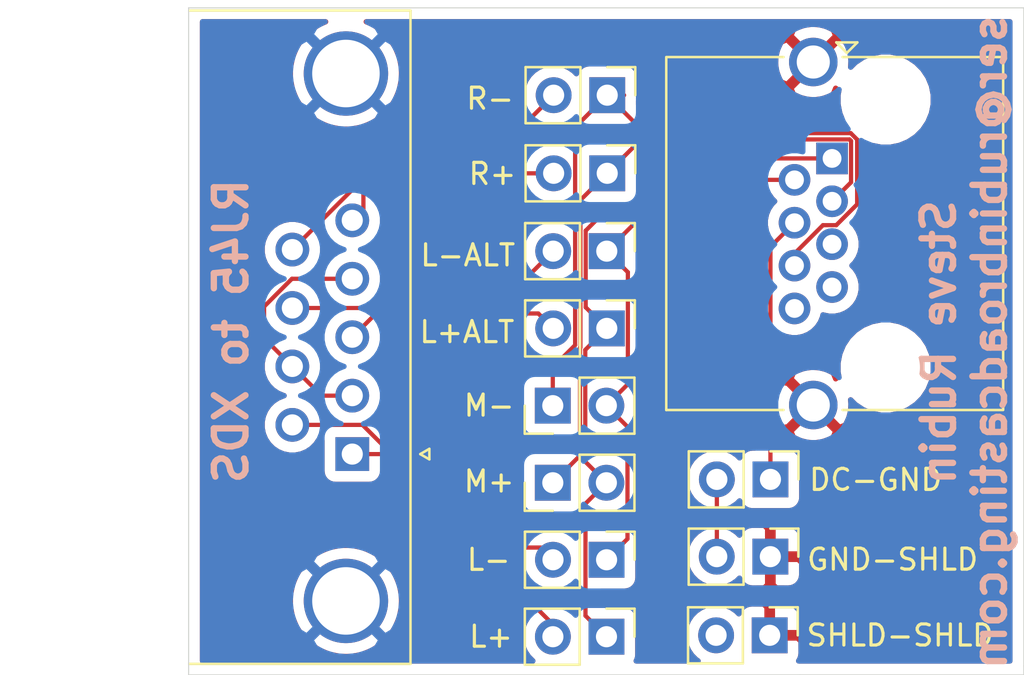
<source format=kicad_pcb>
(kicad_pcb (version 20171130) (host pcbnew "(5.1.10-1-10_14)")

  (general
    (thickness 1.6)
    (drawings 9)
    (tracks 77)
    (zones 0)
    (modules 13)
    (nets 16)
  )

  (page A4)
  (layers
    (0 F.Cu signal)
    (31 B.Cu signal)
    (32 B.Adhes user)
    (33 F.Adhes user)
    (34 B.Paste user)
    (35 F.Paste user)
    (36 B.SilkS user)
    (37 F.SilkS user)
    (38 B.Mask user)
    (39 F.Mask user)
    (40 Dwgs.User user)
    (41 Cmts.User user)
    (42 Eco1.User user)
    (43 Eco2.User user)
    (44 Edge.Cuts user)
    (45 Margin user)
    (46 B.CrtYd user)
    (47 F.CrtYd user)
    (48 B.Fab user)
    (49 F.Fab user)
  )

  (setup
    (last_trace_width 0.2)
    (trace_clearance 0.05)
    (zone_clearance 0.508)
    (zone_45_only no)
    (trace_min 0.2)
    (via_size 0.8)
    (via_drill 0.4)
    (via_min_size 0.4)
    (via_min_drill 0.3)
    (uvia_size 0.3)
    (uvia_drill 0.1)
    (uvias_allowed no)
    (uvia_min_size 0.2)
    (uvia_min_drill 0.1)
    (edge_width 0.05)
    (segment_width 0.2)
    (pcb_text_width 0.3)
    (pcb_text_size 1.5 1.5)
    (mod_edge_width 0.12)
    (mod_text_size 1 1)
    (mod_text_width 0.15)
    (pad_size 1.524 1.524)
    (pad_drill 0.762)
    (pad_to_mask_clearance 0)
    (aux_axis_origin 0 0)
    (visible_elements FFFFFF7F)
    (pcbplotparams
      (layerselection 0x010fc_ffffffff)
      (usegerberextensions false)
      (usegerberattributes true)
      (usegerberadvancedattributes true)
      (creategerberjobfile true)
      (excludeedgelayer true)
      (linewidth 0.100000)
      (plotframeref false)
      (viasonmask false)
      (mode 1)
      (useauxorigin false)
      (hpglpennumber 1)
      (hpglpenspeed 20)
      (hpglpendiameter 15.000000)
      (psnegative false)
      (psa4output false)
      (plotreference true)
      (plotvalue true)
      (plotinvisibletext false)
      (padsonsilk false)
      (subtractmaskfromsilk false)
      (outputformat 1)
      (mirror false)
      (drillshape 0)
      (scaleselection 1)
      (outputdirectory ""))
  )

  (net 0 "")
  (net 1 "Net-(J1-Pad1)")
  (net 2 "Net-(J1-Pad3)")
  (net 3 "Net-(J1-Pad2)")
  (net 4 "Net-(J1-Pad4)")
  (net 5 "Net-(J1-Pad6)")
  (net 6 "Net-(J1-PadSH)")
  (net 7 "Net-(J2-Pad1)")
  (net 8 "Net-(J2-Pad2)")
  (net 9 "Net-(J2-Pad3)")
  (net 10 "Net-(J2-Pad5)")
  (net 11 "Net-(J2-Pad6)")
  (net 12 "Net-(J2-Pad8)")
  (net 13 "Net-(J2-Pad9)")
  (net 14 "Net-(J2-Pad0)")
  (net 15 "Net-(JP5-Pad2)")

  (net_class Default "This is the default net class."
    (clearance 0.05)
    (trace_width 0.2)
    (via_dia 0.8)
    (via_drill 0.4)
    (uvia_dia 0.3)
    (uvia_drill 0.1)
    (add_net "Net-(J1-Pad1)")
    (add_net "Net-(J1-Pad2)")
    (add_net "Net-(J1-Pad3)")
    (add_net "Net-(J1-Pad4)")
    (add_net "Net-(J1-Pad6)")
    (add_net "Net-(J1-PadSH)")
    (add_net "Net-(J2-Pad0)")
    (add_net "Net-(J2-Pad1)")
    (add_net "Net-(J2-Pad2)")
    (add_net "Net-(J2-Pad3)")
    (add_net "Net-(J2-Pad5)")
    (add_net "Net-(J2-Pad6)")
    (add_net "Net-(J2-Pad8)")
    (add_net "Net-(J2-Pad9)")
    (add_net "Net-(JP5-Pad2)")
  )

  (module Connector_RJ:RJ45_Amphenol_RJHSE5380 (layer F.Cu) (tedit 5DC08C43) (tstamp 60C89850)
    (at 123.6726 87.1982 270)
    (descr "Shielded, https://www.amphenolcanada.com/ProductSearch/drawings/AC/RJHSE538X.pdf")
    (tags "RJ45 8p8c ethernet cat5")
    (path /60E850E0)
    (fp_text reference J1 (at 3.56 -9.5 90) (layer F.SilkS) hide
      (effects (font (size 1 1) (thickness 0.15)))
    )
    (fp_text value RJ45_Shielded (at 3.556 6.69036 90) (layer F.Fab)
      (effects (font (size 1 1) (thickness 0.15)))
    )
    (fp_line (start -4.695 -7) (end -4.695 7.75) (layer F.Fab) (width 0.1))
    (fp_line (start -4.695 7.75) (end 11.815 7.75) (layer F.Fab) (width 0.1))
    (fp_line (start -3.695 -8) (end 11.815 -8) (layer F.Fab) (width 0.1))
    (fp_line (start 11.815 -8) (end 11.815 7.75) (layer F.Fab) (width 0.1))
    (fp_line (start -4.76 -8.11) (end 11.88 -8.11) (layer F.SilkS) (width 0.12))
    (fp_line (start -4.805 -8.11) (end -4.805 -0.5) (layer F.SilkS) (width 0.12))
    (fp_line (start 11.925 -8.11) (end 11.925 -0.5) (layer F.SilkS) (width 0.12))
    (fp_line (start -4.76 7.86) (end 11.925 7.86) (layer F.SilkS) (width 0.12))
    (fp_line (start -4.805 7.86) (end -4.805 2.3) (layer F.SilkS) (width 0.12))
    (fp_line (start 11.925 7.86) (end 11.925 2.3) (layer F.SilkS) (width 0.12))
    (fp_line (start -4.695 -7) (end -3.695 -8) (layer F.Fab) (width 0.1))
    (fp_line (start -6.22 -8.5) (end 13.34 -8.5) (layer F.CrtYd) (width 0.05))
    (fp_line (start -6.22 -8.5) (end -6.22 8.25) (layer F.CrtYd) (width 0.05))
    (fp_line (start -6.22 8.25) (end 13.34 8.25) (layer F.CrtYd) (width 0.05))
    (fp_line (start 13.34 -8.5) (end 13.34 8.25) (layer F.CrtYd) (width 0.05))
    (fp_line (start -5 -0.7) (end -5.5 -0.2) (layer F.SilkS) (width 0.12))
    (fp_line (start -5.5 -0.2) (end -5.5 -1.2) (layer F.SilkS) (width 0.12))
    (fp_line (start -5.5 -1.2) (end -5 -0.7) (layer F.SilkS) (width 0.12))
    (fp_text user %R (at 3.56 -6 90) (layer F.Fab) hide
      (effects (font (size 1 1) (thickness 0.15)))
    )
    (pad 1 thru_hole rect (at 0 0 270) (size 1.5 1.5) (drill 0.89) (layers *.Cu *.Mask)
      (net 1 "Net-(J1-Pad1)"))
    (pad 3 thru_hole circle (at 2.032 0 270) (size 1.5 1.5) (drill 0.89) (layers *.Cu *.Mask)
      (net 2 "Net-(J1-Pad3)"))
    (pad 5 thru_hole circle (at 4.064 0 270) (size 1.5 1.5) (drill 0.89) (layers *.Cu *.Mask))
    (pad 7 thru_hole circle (at 6.096 0 270) (size 1.5 1.5) (drill 0.89) (layers *.Cu *.Mask))
    (pad 2 thru_hole circle (at 1.016 1.78 270) (size 1.5 1.5) (drill 0.89) (layers *.Cu *.Mask)
      (net 3 "Net-(J1-Pad2)"))
    (pad 4 thru_hole circle (at 3.048 1.78 270) (size 1.5 1.5) (drill 0.89) (layers *.Cu *.Mask)
      (net 4 "Net-(J1-Pad4)"))
    (pad 6 thru_hole circle (at 5.08 1.78 270) (size 1.5 1.5) (drill 0.89) (layers *.Cu *.Mask)
      (net 5 "Net-(J1-Pad6)"))
    (pad 8 thru_hole circle (at 7.112 1.78 270) (size 1.5 1.5) (drill 0.89) (layers *.Cu *.Mask))
    (pad "" np_thru_hole circle (at -2.79 -2.54 270) (size 3.25 3.25) (drill 3.25) (layers *.Cu *.Mask))
    (pad "" np_thru_hole circle (at 9.91 -2.54 270) (size 3.25 3.25) (drill 3.25) (layers *.Cu *.Mask))
    (pad SH thru_hole circle (at 11.69 0.89 270) (size 2.3 2.3) (drill 1.57) (layers *.Cu *.Mask)
      (net 6 "Net-(J1-PadSH)"))
    (pad SH thru_hole circle (at -4.57 0.89 270) (size 2.3 2.3) (drill 1.57) (layers *.Cu *.Mask)
      (net 6 "Net-(J1-PadSH)"))
    (model ${KISYS3DMOD}/Connector_RJ.3dshapes/RJ45_Amphenol_RJHSE5380.wrl
      (at (xyz 0 0 0))
      (scale (xyz 1 1 1))
      (rotate (xyz 0 0 0))
    )
  )

  (module Connector_PinHeader_2.54mm:PinHeader_1x02_P2.54mm_Vertical (layer F.Cu) (tedit 59FED5CC) (tstamp 60CA3C16)
    (at 113.01476 84.201 270)
    (descr "Through hole straight pin header, 1x02, 2.54mm pitch, single row")
    (tags "Through hole pin header THT 1x02 2.54mm single row")
    (path /60E98348)
    (fp_text reference JP4 (at 0 -2.33 90) (layer F.SilkS) hide
      (effects (font (size 1 1) (thickness 0.15)))
    )
    (fp_text value R- (at 0.16256 5.55244 180) (layer F.SilkS)
      (effects (font (size 1 1) (thickness 0.15)))
    )
    (fp_line (start 1.8 -1.8) (end -1.8 -1.8) (layer F.CrtYd) (width 0.05))
    (fp_line (start 1.8 4.35) (end 1.8 -1.8) (layer F.CrtYd) (width 0.05))
    (fp_line (start -1.8 4.35) (end 1.8 4.35) (layer F.CrtYd) (width 0.05))
    (fp_line (start -1.8 -1.8) (end -1.8 4.35) (layer F.CrtYd) (width 0.05))
    (fp_line (start -1.33 -1.33) (end 0 -1.33) (layer F.SilkS) (width 0.12))
    (fp_line (start -1.33 0) (end -1.33 -1.33) (layer F.SilkS) (width 0.12))
    (fp_line (start -1.33 1.27) (end 1.33 1.27) (layer F.SilkS) (width 0.12))
    (fp_line (start 1.33 1.27) (end 1.33 3.87) (layer F.SilkS) (width 0.12))
    (fp_line (start -1.33 1.27) (end -1.33 3.87) (layer F.SilkS) (width 0.12))
    (fp_line (start -1.33 3.87) (end 1.33 3.87) (layer F.SilkS) (width 0.12))
    (fp_line (start -1.27 -0.635) (end -0.635 -1.27) (layer F.Fab) (width 0.1))
    (fp_line (start -1.27 3.81) (end -1.27 -0.635) (layer F.Fab) (width 0.1))
    (fp_line (start 1.27 3.81) (end -1.27 3.81) (layer F.Fab) (width 0.1))
    (fp_line (start 1.27 -1.27) (end 1.27 3.81) (layer F.Fab) (width 0.1))
    (fp_line (start -0.635 -1.27) (end 1.27 -1.27) (layer F.Fab) (width 0.1))
    (fp_text user %R (at 0 1.27) (layer F.Fab) hide
      (effects (font (size 1 1) (thickness 0.15)))
    )
    (pad 2 thru_hole oval (at 0 2.54 270) (size 1.7 1.7) (drill 1) (layers *.Cu *.Mask)
      (net 13 "Net-(J2-Pad9)"))
    (pad 1 thru_hole rect (at 0 0 270) (size 1.7 1.7) (drill 1) (layers *.Cu *.Mask)
      (net 5 "Net-(J1-Pad6)"))
    (model ${KISYS3DMOD}/Connector_PinHeader_2.54mm.3dshapes/PinHeader_1x02_P2.54mm_Vertical.wrl
      (at (xyz 0 0 0))
      (scale (xyz 1 1 1))
      (rotate (xyz 0 0 0))
    )
  )

  (module Connector_PinHeader_2.54mm:PinHeader_1x02_P2.54mm_Vertical (layer F.Cu) (tedit 59FED5CC) (tstamp 60CA3E69)
    (at 120.71604 109.8042 270)
    (descr "Through hole straight pin header, 1x02, 2.54mm pitch, single row")
    (tags "Through hole pin header THT 1x02 2.54mm single row")
    (path /60E992F8)
    (fp_text reference JP8 (at 0 -2.33 90) (layer F.SilkS) hide
      (effects (font (size 1 1) (thickness 0.15)))
    )
    (fp_text value SHLD-SHLD (at 0.00508 -6.18236 180) (layer F.SilkS)
      (effects (font (size 1 1) (thickness 0.15)))
    )
    (fp_line (start -0.635 -1.27) (end 1.27 -1.27) (layer F.Fab) (width 0.1))
    (fp_line (start 1.27 -1.27) (end 1.27 3.81) (layer F.Fab) (width 0.1))
    (fp_line (start 1.27 3.81) (end -1.27 3.81) (layer F.Fab) (width 0.1))
    (fp_line (start -1.27 3.81) (end -1.27 -0.635) (layer F.Fab) (width 0.1))
    (fp_line (start -1.27 -0.635) (end -0.635 -1.27) (layer F.Fab) (width 0.1))
    (fp_line (start -1.33 3.87) (end 1.33 3.87) (layer F.SilkS) (width 0.12))
    (fp_line (start -1.33 1.27) (end -1.33 3.87) (layer F.SilkS) (width 0.12))
    (fp_line (start 1.33 1.27) (end 1.33 3.87) (layer F.SilkS) (width 0.12))
    (fp_line (start -1.33 1.27) (end 1.33 1.27) (layer F.SilkS) (width 0.12))
    (fp_line (start -1.33 0) (end -1.33 -1.33) (layer F.SilkS) (width 0.12))
    (fp_line (start -1.33 -1.33) (end 0 -1.33) (layer F.SilkS) (width 0.12))
    (fp_line (start -1.8 -1.8) (end -1.8 4.35) (layer F.CrtYd) (width 0.05))
    (fp_line (start -1.8 4.35) (end 1.8 4.35) (layer F.CrtYd) (width 0.05))
    (fp_line (start 1.8 4.35) (end 1.8 -1.8) (layer F.CrtYd) (width 0.05))
    (fp_line (start 1.8 -1.8) (end -1.8 -1.8) (layer F.CrtYd) (width 0.05))
    (fp_text user %R (at 0 1.27) (layer F.Fab) hide
      (effects (font (size 1 1) (thickness 0.15)))
    )
    (pad 1 thru_hole rect (at 0 0 270) (size 1.7 1.7) (drill 1) (layers *.Cu *.Mask)
      (net 6 "Net-(J1-PadSH)"))
    (pad 2 thru_hole oval (at 0 2.54 270) (size 1.7 1.7) (drill 1) (layers *.Cu *.Mask))
    (model ${KISYS3DMOD}/Connector_PinHeader_2.54mm.3dshapes/PinHeader_1x02_P2.54mm_Vertical.wrl
      (at (xyz 0 0 0))
      (scale (xyz 1 1 1))
      (rotate (xyz 0 0 0))
    )
  )

  (module Connector_Dsub:DSUB-9_Female_Horizontal_P2.77x2.84mm_EdgePinOffset4.94mm_Housed_MountingHolesOffset7.48mm (layer F.Cu) (tedit 59FEDEE2) (tstamp 60C8B08C)
    (at 100.92944 101.21392 270)
    (descr "9-pin D-Sub connector, horizontal/angled (90 deg), THT-mount, female, pitch 2.77x2.84mm, pin-PCB-offset 4.9399999999999995mm, distance of mounting holes 25mm, distance of mounting holes to PCB edge 7.4799999999999995mm, see https://disti-assets.s3.amazonaws.com/tonar/files/datasheets/16730.pdf")
    (tags "9-pin D-Sub connector horizontal angled 90deg THT female pitch 2.77x2.84mm pin-PCB-offset 4.9399999999999995mm mounting-holes-distance 25mm mounting-hole-offset 25mm")
    (path /60E88828)
    (fp_text reference J2 (at -5.54 -3.7 90) (layer F.SilkS) hide
      (effects (font (size 1 1) (thickness 0.15)))
    )
    (fp_text value DB9_Female (at -5.54 15.85 90) (layer F.Fab)
      (effects (font (size 1 1) (thickness 0.15)))
    )
    (fp_line (start -20.965 -2.7) (end -20.965 7.78) (layer F.Fab) (width 0.1))
    (fp_line (start -20.965 7.78) (end 9.885 7.78) (layer F.Fab) (width 0.1))
    (fp_line (start 9.885 7.78) (end 9.885 -2.7) (layer F.Fab) (width 0.1))
    (fp_line (start 9.885 -2.7) (end -20.965 -2.7) (layer F.Fab) (width 0.1))
    (fp_line (start -20.965 7.78) (end -20.965 8.18) (layer F.Fab) (width 0.1))
    (fp_line (start -20.965 8.18) (end 9.885 8.18) (layer F.Fab) (width 0.1))
    (fp_line (start 9.885 8.18) (end 9.885 7.78) (layer F.Fab) (width 0.1))
    (fp_line (start 9.885 7.78) (end -20.965 7.78) (layer F.Fab) (width 0.1))
    (fp_line (start -13.69 8.18) (end -13.69 14.35) (layer F.Fab) (width 0.1))
    (fp_line (start -13.69 14.35) (end 2.61 14.35) (layer F.Fab) (width 0.1))
    (fp_line (start 2.61 14.35) (end 2.61 8.18) (layer F.Fab) (width 0.1))
    (fp_line (start 2.61 8.18) (end -13.69 8.18) (layer F.Fab) (width 0.1))
    (fp_line (start -20.54 8.18) (end -20.54 13.18) (layer F.Fab) (width 0.1))
    (fp_line (start -20.54 13.18) (end -15.54 13.18) (layer F.Fab) (width 0.1))
    (fp_line (start -15.54 13.18) (end -15.54 8.18) (layer F.Fab) (width 0.1))
    (fp_line (start -15.54 8.18) (end -20.54 8.18) (layer F.Fab) (width 0.1))
    (fp_line (start 4.46 8.18) (end 4.46 13.18) (layer F.Fab) (width 0.1))
    (fp_line (start 4.46 13.18) (end 9.46 13.18) (layer F.Fab) (width 0.1))
    (fp_line (start 9.46 13.18) (end 9.46 8.18) (layer F.Fab) (width 0.1))
    (fp_line (start 9.46 8.18) (end 4.46 8.18) (layer F.Fab) (width 0.1))
    (fp_line (start -19.64 7.78) (end -19.64 0.3) (layer F.Fab) (width 0.1))
    (fp_line (start -16.44 7.78) (end -16.44 0.3) (layer F.Fab) (width 0.1))
    (fp_line (start 5.36 7.78) (end 5.36 0.3) (layer F.Fab) (width 0.1))
    (fp_line (start 8.56 7.78) (end 8.56 0.3) (layer F.Fab) (width 0.1))
    (fp_line (start -21.025 7.72) (end -21.025 -2.76) (layer F.SilkS) (width 0.12))
    (fp_line (start -21.025 -2.76) (end 9.945 -2.76) (layer F.SilkS) (width 0.12))
    (fp_line (start 9.945 -2.76) (end 9.945 7.72) (layer F.SilkS) (width 0.12))
    (fp_line (start -0.25 -3.654338) (end 0.25 -3.654338) (layer F.SilkS) (width 0.12))
    (fp_line (start 0.25 -3.654338) (end 0 -3.221325) (layer F.SilkS) (width 0.12))
    (fp_line (start 0 -3.221325) (end -0.25 -3.654338) (layer F.SilkS) (width 0.12))
    (fp_line (start -21.5 -3.25) (end -21.5 14.85) (layer F.CrtYd) (width 0.05))
    (fp_line (start -21.5 14.85) (end 10.4 14.85) (layer F.CrtYd) (width 0.05))
    (fp_line (start 10.4 14.85) (end 10.4 -3.25) (layer F.CrtYd) (width 0.05))
    (fp_line (start 10.4 -3.25) (end -21.5 -3.25) (layer F.CrtYd) (width 0.05))
    (fp_arc (start -18.04 0.3) (end -19.64 0.3) (angle 180) (layer F.Fab) (width 0.1))
    (fp_arc (start 6.96 0.3) (end 5.36 0.3) (angle 180) (layer F.Fab) (width 0.1))
    (fp_text user %R (at -5.54 11.265 90) (layer F.Fab)
      (effects (font (size 1 1) (thickness 0.15)))
    )
    (pad 1 thru_hole rect (at 0 0 270) (size 1.6 1.6) (drill 1) (layers *.Cu *.Mask)
      (net 7 "Net-(J2-Pad1)"))
    (pad 2 thru_hole circle (at -2.77 0 270) (size 1.6 1.6) (drill 1) (layers *.Cu *.Mask)
      (net 8 "Net-(J2-Pad2)"))
    (pad 3 thru_hole circle (at -5.54 0 270) (size 1.6 1.6) (drill 1) (layers *.Cu *.Mask)
      (net 9 "Net-(J2-Pad3)"))
    (pad 4 thru_hole circle (at -8.31 0 270) (size 1.6 1.6) (drill 1) (layers *.Cu *.Mask)
      (net 8 "Net-(J2-Pad2)"))
    (pad 5 thru_hole circle (at -11.08 0 270) (size 1.6 1.6) (drill 1) (layers *.Cu *.Mask)
      (net 10 "Net-(J2-Pad5)"))
    (pad 6 thru_hole circle (at -1.385 2.84 270) (size 1.6 1.6) (drill 1) (layers *.Cu *.Mask)
      (net 11 "Net-(J2-Pad6)"))
    (pad 7 thru_hole circle (at -4.155 2.84 270) (size 1.6 1.6) (drill 1) (layers *.Cu *.Mask)
      (net 8 "Net-(J2-Pad2)"))
    (pad 8 thru_hole circle (at -6.925 2.84 270) (size 1.6 1.6) (drill 1) (layers *.Cu *.Mask)
      (net 12 "Net-(J2-Pad8)"))
    (pad 9 thru_hole circle (at -9.695 2.84 270) (size 1.6 1.6) (drill 1) (layers *.Cu *.Mask)
      (net 13 "Net-(J2-Pad9)"))
    (pad 0 thru_hole circle (at -18.04 0.3 270) (size 4 4) (drill 3.2) (layers *.Cu *.Mask)
      (net 14 "Net-(J2-Pad0)"))
    (pad 0 thru_hole circle (at 6.96 0.3 270) (size 4 4) (drill 3.2) (layers *.Cu *.Mask)
      (net 14 "Net-(J2-Pad0)"))
    (model ${KISYS3DMOD}/Connector_Dsub.3dshapes/DSUB-9_Female_Horizontal_P2.77x2.84mm_EdgePinOffset4.94mm_Housed_MountingHolesOffset7.48mm.wrl
      (at (xyz 0 0 0))
      (scale (xyz 1 1 1))
      (rotate (xyz 0 0 0))
    )
  )

  (module Connector_PinHeader_2.54mm:PinHeader_1x02_P2.54mm_Vertical (layer F.Cu) (tedit 59FED5CC) (tstamp 60CA7B8E)
    (at 113.01476 87.90432 270)
    (descr "Through hole straight pin header, 1x02, 2.54mm pitch, single row")
    (tags "Through hole pin header THT 1x02 2.54mm single row")
    (path /60E96B38)
    (fp_text reference JP3 (at 0 -2.33 90) (layer F.SilkS) hide
      (effects (font (size 1 1) (thickness 0.15)))
    )
    (fp_text value R+ (at 0.0254 5.44068 180) (layer F.SilkS)
      (effects (font (size 1 1) (thickness 0.15)))
    )
    (fp_line (start -0.635 -1.27) (end 1.27 -1.27) (layer F.Fab) (width 0.1))
    (fp_line (start 1.27 -1.27) (end 1.27 3.81) (layer F.Fab) (width 0.1))
    (fp_line (start 1.27 3.81) (end -1.27 3.81) (layer F.Fab) (width 0.1))
    (fp_line (start -1.27 3.81) (end -1.27 -0.635) (layer F.Fab) (width 0.1))
    (fp_line (start -1.27 -0.635) (end -0.635 -1.27) (layer F.Fab) (width 0.1))
    (fp_line (start -1.33 3.87) (end 1.33 3.87) (layer F.SilkS) (width 0.12))
    (fp_line (start -1.33 1.27) (end -1.33 3.87) (layer F.SilkS) (width 0.12))
    (fp_line (start 1.33 1.27) (end 1.33 3.87) (layer F.SilkS) (width 0.12))
    (fp_line (start -1.33 1.27) (end 1.33 1.27) (layer F.SilkS) (width 0.12))
    (fp_line (start -1.33 0) (end -1.33 -1.33) (layer F.SilkS) (width 0.12))
    (fp_line (start -1.33 -1.33) (end 0 -1.33) (layer F.SilkS) (width 0.12))
    (fp_line (start -1.8 -1.8) (end -1.8 4.35) (layer F.CrtYd) (width 0.05))
    (fp_line (start -1.8 4.35) (end 1.8 4.35) (layer F.CrtYd) (width 0.05))
    (fp_line (start 1.8 4.35) (end 1.8 -1.8) (layer F.CrtYd) (width 0.05))
    (fp_line (start 1.8 -1.8) (end -1.8 -1.8) (layer F.CrtYd) (width 0.05))
    (fp_text user %R (at 0 1.27) (layer F.Fab) hide
      (effects (font (size 1 1) (thickness 0.15)))
    )
    (pad 1 thru_hole rect (at 0 0 270) (size 1.7 1.7) (drill 1) (layers *.Cu *.Mask)
      (net 2 "Net-(J1-Pad3)"))
    (pad 2 thru_hole oval (at 0 2.54 270) (size 1.7 1.7) (drill 1) (layers *.Cu *.Mask)
      (net 10 "Net-(J2-Pad5)"))
    (model ${KISYS3DMOD}/Connector_PinHeader_2.54mm.3dshapes/PinHeader_1x02_P2.54mm_Vertical.wrl
      (at (xyz 0 0 0))
      (scale (xyz 1 1 1))
      (rotate (xyz 0 0 0))
    )
  )

  (module Connector_PinHeader_2.54mm:PinHeader_1x02_P2.54mm_Vertical (layer F.Cu) (tedit 59FED5CC) (tstamp 60CA7C0E)
    (at 110.43412 98.91776 90)
    (descr "Through hole straight pin header, 1x02, 2.54mm pitch, single row")
    (tags "Through hole pin header THT 1x02 2.54mm single row")
    (path /60EA7E42)
    (fp_text reference JP1 (at 0 -2.33 90) (layer F.SilkS) hide
      (effects (font (size 1 1) (thickness 0.15)))
    )
    (fp_text value M- (at 0.00508 -3.01752 180) (layer F.SilkS)
      (effects (font (size 1 1) (thickness 0.15)))
    )
    (fp_line (start -0.635 -1.27) (end 1.27 -1.27) (layer F.Fab) (width 0.1))
    (fp_line (start 1.27 -1.27) (end 1.27 3.81) (layer F.Fab) (width 0.1))
    (fp_line (start 1.27 3.81) (end -1.27 3.81) (layer F.Fab) (width 0.1))
    (fp_line (start -1.27 3.81) (end -1.27 -0.635) (layer F.Fab) (width 0.1))
    (fp_line (start -1.27 -0.635) (end -0.635 -1.27) (layer F.Fab) (width 0.1))
    (fp_line (start -1.33 3.87) (end 1.33 3.87) (layer F.SilkS) (width 0.12))
    (fp_line (start -1.33 1.27) (end -1.33 3.87) (layer F.SilkS) (width 0.12))
    (fp_line (start 1.33 1.27) (end 1.33 3.87) (layer F.SilkS) (width 0.12))
    (fp_line (start -1.33 1.27) (end 1.33 1.27) (layer F.SilkS) (width 0.12))
    (fp_line (start -1.33 0) (end -1.33 -1.33) (layer F.SilkS) (width 0.12))
    (fp_line (start -1.33 -1.33) (end 0 -1.33) (layer F.SilkS) (width 0.12))
    (fp_line (start -1.8 -1.8) (end -1.8 4.35) (layer F.CrtYd) (width 0.05))
    (fp_line (start -1.8 4.35) (end 1.8 4.35) (layer F.CrtYd) (width 0.05))
    (fp_line (start 1.8 4.35) (end 1.8 -1.8) (layer F.CrtYd) (width 0.05))
    (fp_line (start 1.8 -1.8) (end -1.8 -1.8) (layer F.CrtYd) (width 0.05))
    (fp_text user %R (at 0 1.27) (layer F.Fab) hide
      (effects (font (size 1 1) (thickness 0.15)))
    )
    (pad 1 thru_hole rect (at 0 0 90) (size 1.7 1.7) (drill 1) (layers *.Cu *.Mask)
      (net 5 "Net-(J1-Pad6)"))
    (pad 2 thru_hole oval (at 0 2.54 90) (size 1.7 1.7) (drill 1) (layers *.Cu *.Mask)
      (net 3 "Net-(J1-Pad2)"))
    (model ${KISYS3DMOD}/Connector_PinHeader_2.54mm.3dshapes/PinHeader_1x02_P2.54mm_Vertical.wrl
      (at (xyz 0 0 0))
      (scale (xyz 1 1 1))
      (rotate (xyz 0 0 0))
    )
  )

  (module Connector_PinHeader_2.54mm:PinHeader_1x02_P2.54mm_Vertical (layer F.Cu) (tedit 59FED5CC) (tstamp 60CA3BD7)
    (at 110.435081 102.572279 90)
    (descr "Through hole straight pin header, 1x02, 2.54mm pitch, single row")
    (tags "Through hole pin header THT 1x02 2.54mm single row")
    (path /60EA6557)
    (fp_text reference JP2 (at 0 -2.33 90) (layer F.SilkS) hide
      (effects (font (size 1 1) (thickness 0.15)))
    )
    (fp_text value M+ (at 0.062959 -3.018481 180) (layer F.SilkS)
      (effects (font (size 1 1) (thickness 0.15)))
    )
    (fp_line (start 1.8 -1.8) (end -1.8 -1.8) (layer F.CrtYd) (width 0.05))
    (fp_line (start 1.8 4.35) (end 1.8 -1.8) (layer F.CrtYd) (width 0.05))
    (fp_line (start -1.8 4.35) (end 1.8 4.35) (layer F.CrtYd) (width 0.05))
    (fp_line (start -1.8 -1.8) (end -1.8 4.35) (layer F.CrtYd) (width 0.05))
    (fp_line (start -1.33 -1.33) (end 0 -1.33) (layer F.SilkS) (width 0.12))
    (fp_line (start -1.33 0) (end -1.33 -1.33) (layer F.SilkS) (width 0.12))
    (fp_line (start -1.33 1.27) (end 1.33 1.27) (layer F.SilkS) (width 0.12))
    (fp_line (start 1.33 1.27) (end 1.33 3.87) (layer F.SilkS) (width 0.12))
    (fp_line (start -1.33 1.27) (end -1.33 3.87) (layer F.SilkS) (width 0.12))
    (fp_line (start -1.33 3.87) (end 1.33 3.87) (layer F.SilkS) (width 0.12))
    (fp_line (start -1.27 -0.635) (end -0.635 -1.27) (layer F.Fab) (width 0.1))
    (fp_line (start -1.27 3.81) (end -1.27 -0.635) (layer F.Fab) (width 0.1))
    (fp_line (start 1.27 3.81) (end -1.27 3.81) (layer F.Fab) (width 0.1))
    (fp_line (start 1.27 -1.27) (end 1.27 3.81) (layer F.Fab) (width 0.1))
    (fp_line (start -0.635 -1.27) (end 1.27 -1.27) (layer F.Fab) (width 0.1))
    (fp_text user %R (at 0 1.27) (layer F.Fab) hide
      (effects (font (size 1 1) (thickness 0.15)))
    )
    (pad 2 thru_hole oval (at 0 2.54 90) (size 1.7 1.7) (drill 1) (layers *.Cu *.Mask)
      (net 1 "Net-(J1-Pad1)"))
    (pad 1 thru_hole rect (at 0 0 90) (size 1.7 1.7) (drill 1) (layers *.Cu *.Mask)
      (net 2 "Net-(J1-Pad3)"))
    (model ${KISYS3DMOD}/Connector_PinHeader_2.54mm.3dshapes/PinHeader_1x02_P2.54mm_Vertical.wrl
      (at (xyz 0 0 0))
      (scale (xyz 1 1 1))
      (rotate (xyz 0 0 0))
    )
  )

  (module Connector_PinHeader_2.54mm:PinHeader_1x02_P2.54mm_Vertical (layer F.Cu) (tedit 59FED5CC) (tstamp 60CA35D9)
    (at 120.7516 102.4128 270)
    (descr "Through hole straight pin header, 1x02, 2.54mm pitch, single row")
    (tags "Through hole pin header THT 1x02 2.54mm single row")
    (path /60E9A308)
    (fp_text reference JP5 (at 0 -2.33 90) (layer F.SilkS) hide
      (effects (font (size 1 1) (thickness 0.15)))
    )
    (fp_text value DC-GND (at 0.02032 -4.98856 180) (layer F.SilkS)
      (effects (font (size 1 1) (thickness 0.15)))
    )
    (fp_line (start 1.8 -1.8) (end -1.8 -1.8) (layer F.CrtYd) (width 0.05))
    (fp_line (start 1.8 4.35) (end 1.8 -1.8) (layer F.CrtYd) (width 0.05))
    (fp_line (start -1.8 4.35) (end 1.8 4.35) (layer F.CrtYd) (width 0.05))
    (fp_line (start -1.8 -1.8) (end -1.8 4.35) (layer F.CrtYd) (width 0.05))
    (fp_line (start -1.33 -1.33) (end 0 -1.33) (layer F.SilkS) (width 0.12))
    (fp_line (start -1.33 0) (end -1.33 -1.33) (layer F.SilkS) (width 0.12))
    (fp_line (start -1.33 1.27) (end 1.33 1.27) (layer F.SilkS) (width 0.12))
    (fp_line (start 1.33 1.27) (end 1.33 3.87) (layer F.SilkS) (width 0.12))
    (fp_line (start -1.33 1.27) (end -1.33 3.87) (layer F.SilkS) (width 0.12))
    (fp_line (start -1.33 3.87) (end 1.33 3.87) (layer F.SilkS) (width 0.12))
    (fp_line (start -1.27 -0.635) (end -0.635 -1.27) (layer F.Fab) (width 0.1))
    (fp_line (start -1.27 3.81) (end -1.27 -0.635) (layer F.Fab) (width 0.1))
    (fp_line (start 1.27 3.81) (end -1.27 3.81) (layer F.Fab) (width 0.1))
    (fp_line (start 1.27 -1.27) (end 1.27 3.81) (layer F.Fab) (width 0.1))
    (fp_line (start -0.635 -1.27) (end 1.27 -1.27) (layer F.Fab) (width 0.1))
    (fp_text user %R (at 0 1.27) (layer F.Fab) hide
      (effects (font (size 1 1) (thickness 0.15)))
    )
    (pad 2 thru_hole oval (at 0 2.54 270) (size 1.7 1.7) (drill 1) (layers *.Cu *.Mask)
      (net 15 "Net-(JP5-Pad2)"))
    (pad 1 thru_hole rect (at 0 0 270) (size 1.7 1.7) (drill 1) (layers *.Cu *.Mask)
      (net 4 "Net-(J1-Pad4)"))
    (model ${KISYS3DMOD}/Connector_PinHeader_2.54mm.3dshapes/PinHeader_1x02_P2.54mm_Vertical.wrl
      (at (xyz 0 0 0))
      (scale (xyz 1 1 1))
      (rotate (xyz 0 0 0))
    )
  )

  (module Connector_PinHeader_2.54mm:PinHeader_1x02_P2.54mm_Vertical (layer F.Cu) (tedit 59FED5CC) (tstamp 60C8A950)
    (at 112.98428 106.2228 270)
    (descr "Through hole straight pin header, 1x02, 2.54mm pitch, single row")
    (tags "Through hole pin header THT 1x02 2.54mm single row")
    (path /60E91932)
    (fp_text reference JP6 (at 0 -2.33 90) (layer F.SilkS) hide
      (effects (font (size 1 1) (thickness 0.15)))
    )
    (fp_text value L- (at 0 5.588 180) (layer F.SilkS)
      (effects (font (size 1 1) (thickness 0.15)))
    )
    (fp_line (start 1.8 -1.8) (end -1.8 -1.8) (layer F.CrtYd) (width 0.05))
    (fp_line (start 1.8 4.35) (end 1.8 -1.8) (layer F.CrtYd) (width 0.05))
    (fp_line (start -1.8 4.35) (end 1.8 4.35) (layer F.CrtYd) (width 0.05))
    (fp_line (start -1.8 -1.8) (end -1.8 4.35) (layer F.CrtYd) (width 0.05))
    (fp_line (start -1.33 -1.33) (end 0 -1.33) (layer F.SilkS) (width 0.12))
    (fp_line (start -1.33 0) (end -1.33 -1.33) (layer F.SilkS) (width 0.12))
    (fp_line (start -1.33 1.27) (end 1.33 1.27) (layer F.SilkS) (width 0.12))
    (fp_line (start 1.33 1.27) (end 1.33 3.87) (layer F.SilkS) (width 0.12))
    (fp_line (start -1.33 1.27) (end -1.33 3.87) (layer F.SilkS) (width 0.12))
    (fp_line (start -1.33 3.87) (end 1.33 3.87) (layer F.SilkS) (width 0.12))
    (fp_line (start -1.27 -0.635) (end -0.635 -1.27) (layer F.Fab) (width 0.1))
    (fp_line (start -1.27 3.81) (end -1.27 -0.635) (layer F.Fab) (width 0.1))
    (fp_line (start 1.27 3.81) (end -1.27 3.81) (layer F.Fab) (width 0.1))
    (fp_line (start 1.27 -1.27) (end 1.27 3.81) (layer F.Fab) (width 0.1))
    (fp_line (start -0.635 -1.27) (end 1.27 -1.27) (layer F.Fab) (width 0.1))
    (fp_text user %R (at 0 1.27) (layer F.Fab) hide
      (effects (font (size 1 1) (thickness 0.15)))
    )
    (pad 2 thru_hole oval (at 0 2.54 270) (size 1.7 1.7) (drill 1) (layers *.Cu *.Mask)
      (net 11 "Net-(J2-Pad6)"))
    (pad 1 thru_hole rect (at 0 0 270) (size 1.7 1.7) (drill 1) (layers *.Cu *.Mask)
      (net 3 "Net-(J1-Pad2)"))
    (model ${KISYS3DMOD}/Connector_PinHeader_2.54mm.3dshapes/PinHeader_1x02_P2.54mm_Vertical.wrl
      (at (xyz 0 0 0))
      (scale (xyz 1 1 1))
      (rotate (xyz 0 0 0))
    )
  )

  (module Connector_PinHeader_2.54mm:PinHeader_1x02_P2.54mm_Vertical (layer F.Cu) (tedit 59FED5CC) (tstamp 60C8AD48)
    (at 112.9792 109.87024 270)
    (descr "Through hole straight pin header, 1x02, 2.54mm pitch, single row")
    (tags "Through hole pin header THT 1x02 2.54mm single row")
    (path /60E8DF34)
    (fp_text reference JP7 (at 0 -2.33 90) (layer F.SilkS) hide
      (effects (font (size 1 1) (thickness 0.15)))
    )
    (fp_text value L+ (at -0.00508 5.47624 180) (layer F.SilkS)
      (effects (font (size 1 1) (thickness 0.15)))
    )
    (fp_line (start -0.635 -1.27) (end 1.27 -1.27) (layer F.Fab) (width 0.1))
    (fp_line (start 1.27 -1.27) (end 1.27 3.81) (layer F.Fab) (width 0.1))
    (fp_line (start 1.27 3.81) (end -1.27 3.81) (layer F.Fab) (width 0.1))
    (fp_line (start -1.27 3.81) (end -1.27 -0.635) (layer F.Fab) (width 0.1))
    (fp_line (start -1.27 -0.635) (end -0.635 -1.27) (layer F.Fab) (width 0.1))
    (fp_line (start -1.33 3.87) (end 1.33 3.87) (layer F.SilkS) (width 0.12))
    (fp_line (start -1.33 1.27) (end -1.33 3.87) (layer F.SilkS) (width 0.12))
    (fp_line (start 1.33 1.27) (end 1.33 3.87) (layer F.SilkS) (width 0.12))
    (fp_line (start -1.33 1.27) (end 1.33 1.27) (layer F.SilkS) (width 0.12))
    (fp_line (start -1.33 0) (end -1.33 -1.33) (layer F.SilkS) (width 0.12))
    (fp_line (start -1.33 -1.33) (end 0 -1.33) (layer F.SilkS) (width 0.12))
    (fp_line (start -1.8 -1.8) (end -1.8 4.35) (layer F.CrtYd) (width 0.05))
    (fp_line (start -1.8 4.35) (end 1.8 4.35) (layer F.CrtYd) (width 0.05))
    (fp_line (start 1.8 4.35) (end 1.8 -1.8) (layer F.CrtYd) (width 0.05))
    (fp_line (start 1.8 -1.8) (end -1.8 -1.8) (layer F.CrtYd) (width 0.05))
    (fp_text user %R (at 0 1.27) (layer F.Fab) hide
      (effects (font (size 1 1) (thickness 0.15)))
    )
    (pad 1 thru_hole rect (at 0 0 270) (size 1.7 1.7) (drill 1) (layers *.Cu *.Mask)
      (net 1 "Net-(J1-Pad1)"))
    (pad 2 thru_hole oval (at 0 2.54 270) (size 1.7 1.7) (drill 1) (layers *.Cu *.Mask)
      (net 7 "Net-(J2-Pad1)"))
    (model ${KISYS3DMOD}/Connector_PinHeader_2.54mm.3dshapes/PinHeader_1x02_P2.54mm_Vertical.wrl
      (at (xyz 0 0 0))
      (scale (xyz 1 1 1))
      (rotate (xyz 0 0 0))
    )
  )

  (module Connector_PinHeader_2.54mm:PinHeader_1x02_P2.54mm_Vertical (layer F.Cu) (tedit 59FED5CC) (tstamp 60CA3597)
    (at 120.74652 106.07548 270)
    (descr "Through hole straight pin header, 1x02, 2.54mm pitch, single row")
    (tags "Through hole pin header THT 1x02 2.54mm single row")
    (path /60E9CAA6)
    (fp_text reference JP9 (at 0 -2.33 90) (layer F.SilkS) hide
      (effects (font (size 1 1) (thickness 0.15)))
    )
    (fp_text value GND-SHLD (at 0.13716 -5.79628 180) (layer F.SilkS)
      (effects (font (size 1 1) (thickness 0.15)))
    )
    (fp_line (start -0.635 -1.27) (end 1.27 -1.27) (layer F.Fab) (width 0.1))
    (fp_line (start 1.27 -1.27) (end 1.27 3.81) (layer F.Fab) (width 0.1))
    (fp_line (start 1.27 3.81) (end -1.27 3.81) (layer F.Fab) (width 0.1))
    (fp_line (start -1.27 3.81) (end -1.27 -0.635) (layer F.Fab) (width 0.1))
    (fp_line (start -1.27 -0.635) (end -0.635 -1.27) (layer F.Fab) (width 0.1))
    (fp_line (start -1.33 3.87) (end 1.33 3.87) (layer F.SilkS) (width 0.12))
    (fp_line (start -1.33 1.27) (end -1.33 3.87) (layer F.SilkS) (width 0.12))
    (fp_line (start 1.33 1.27) (end 1.33 3.87) (layer F.SilkS) (width 0.12))
    (fp_line (start -1.33 1.27) (end 1.33 1.27) (layer F.SilkS) (width 0.12))
    (fp_line (start -1.33 0) (end -1.33 -1.33) (layer F.SilkS) (width 0.12))
    (fp_line (start -1.33 -1.33) (end 0 -1.33) (layer F.SilkS) (width 0.12))
    (fp_line (start -1.8 -1.8) (end -1.8 4.35) (layer F.CrtYd) (width 0.05))
    (fp_line (start -1.8 4.35) (end 1.8 4.35) (layer F.CrtYd) (width 0.05))
    (fp_line (start 1.8 4.35) (end 1.8 -1.8) (layer F.CrtYd) (width 0.05))
    (fp_line (start 1.8 -1.8) (end -1.8 -1.8) (layer F.CrtYd) (width 0.05))
    (fp_text user %R (at 0 1.27 90) (layer F.Fab) hide
      (effects (font (size 1 1) (thickness 0.15)))
    )
    (pad 1 thru_hole rect (at 0 0 270) (size 1.7 1.7) (drill 1) (layers *.Cu *.Mask)
      (net 6 "Net-(J1-PadSH)"))
    (pad 2 thru_hole oval (at 0 2.54 270) (size 1.7 1.7) (drill 1) (layers *.Cu *.Mask)
      (net 15 "Net-(JP5-Pad2)"))
    (model ${KISYS3DMOD}/Connector_PinHeader_2.54mm.3dshapes/PinHeader_1x02_P2.54mm_Vertical.wrl
      (at (xyz 0 0 0))
      (scale (xyz 1 1 1))
      (rotate (xyz 0 0 0))
    )
  )

  (module Connector_PinHeader_2.54mm:PinHeader_1x02_P2.54mm_Vertical (layer F.Cu) (tedit 59FED5CC) (tstamp 60CA3C55)
    (at 112.993719 91.594001 270)
    (descr "Through hole straight pin header, 1x02, 2.54mm pitch, single row")
    (tags "Through hole pin header THT 1x02 2.54mm single row")
    (path /60EA0457)
    (fp_text reference JP10 (at 0 -2.33 90) (layer F.SilkS) hide
      (effects (font (size 1 1) (thickness 0.15)))
    )
    (fp_text value L-ALT (at 0.196519 6.588039) (layer F.SilkS)
      (effects (font (size 1 1) (thickness 0.15)))
    )
    (fp_line (start 1.8 -1.8) (end -1.8 -1.8) (layer F.CrtYd) (width 0.05))
    (fp_line (start 1.8 4.35) (end 1.8 -1.8) (layer F.CrtYd) (width 0.05))
    (fp_line (start -1.8 4.35) (end 1.8 4.35) (layer F.CrtYd) (width 0.05))
    (fp_line (start -1.8 -1.8) (end -1.8 4.35) (layer F.CrtYd) (width 0.05))
    (fp_line (start -1.33 -1.33) (end 0 -1.33) (layer F.SilkS) (width 0.12))
    (fp_line (start -1.33 0) (end -1.33 -1.33) (layer F.SilkS) (width 0.12))
    (fp_line (start -1.33 1.27) (end 1.33 1.27) (layer F.SilkS) (width 0.12))
    (fp_line (start 1.33 1.27) (end 1.33 3.87) (layer F.SilkS) (width 0.12))
    (fp_line (start -1.33 1.27) (end -1.33 3.87) (layer F.SilkS) (width 0.12))
    (fp_line (start -1.33 3.87) (end 1.33 3.87) (layer F.SilkS) (width 0.12))
    (fp_line (start -1.27 -0.635) (end -0.635 -1.27) (layer F.Fab) (width 0.1))
    (fp_line (start -1.27 3.81) (end -1.27 -0.635) (layer F.Fab) (width 0.1))
    (fp_line (start 1.27 3.81) (end -1.27 3.81) (layer F.Fab) (width 0.1))
    (fp_line (start 1.27 -1.27) (end 1.27 3.81) (layer F.Fab) (width 0.1))
    (fp_line (start -0.635 -1.27) (end 1.27 -1.27) (layer F.Fab) (width 0.1))
    (fp_text user %R (at 0 1.27) (layer F.Fab) hide
      (effects (font (size 1 1) (thickness 0.15)))
    )
    (pad 2 thru_hole oval (at 0 2.54 270) (size 1.7 1.7) (drill 1) (layers *.Cu *.Mask)
      (net 12 "Net-(J2-Pad8)"))
    (pad 1 thru_hole rect (at 0 0 270) (size 1.7 1.7) (drill 1) (layers *.Cu *.Mask)
      (net 3 "Net-(J1-Pad2)"))
    (model ${KISYS3DMOD}/Connector_PinHeader_2.54mm.3dshapes/PinHeader_1x02_P2.54mm_Vertical.wrl
      (at (xyz 0 0 0))
      (scale (xyz 1 1 1))
      (rotate (xyz 0 0 0))
    )
  )

  (module Connector_PinHeader_2.54mm:PinHeader_1x02_P2.54mm_Vertical (layer F.Cu) (tedit 59FED5CC) (tstamp 60CA3C94)
    (at 112.993719 95.25508 270)
    (descr "Through hole straight pin header, 1x02, 2.54mm pitch, single row")
    (tags "Through hole pin header THT 1x02 2.54mm single row")
    (path /60EA2DCD)
    (fp_text reference JP11 (at 0 -2.33 90) (layer F.SilkS) hide
      (effects (font (size 1 1) (thickness 0.15)))
    )
    (fp_text value L+ALT (at 0.17272 6.628679) (layer F.SilkS)
      (effects (font (size 1 1) (thickness 0.15)))
    )
    (fp_line (start -0.635 -1.27) (end 1.27 -1.27) (layer F.Fab) (width 0.1))
    (fp_line (start 1.27 -1.27) (end 1.27 3.81) (layer F.Fab) (width 0.1))
    (fp_line (start 1.27 3.81) (end -1.27 3.81) (layer F.Fab) (width 0.1))
    (fp_line (start -1.27 3.81) (end -1.27 -0.635) (layer F.Fab) (width 0.1))
    (fp_line (start -1.27 -0.635) (end -0.635 -1.27) (layer F.Fab) (width 0.1))
    (fp_line (start -1.33 3.87) (end 1.33 3.87) (layer F.SilkS) (width 0.12))
    (fp_line (start -1.33 1.27) (end -1.33 3.87) (layer F.SilkS) (width 0.12))
    (fp_line (start 1.33 1.27) (end 1.33 3.87) (layer F.SilkS) (width 0.12))
    (fp_line (start -1.33 1.27) (end 1.33 1.27) (layer F.SilkS) (width 0.12))
    (fp_line (start -1.33 0) (end -1.33 -1.33) (layer F.SilkS) (width 0.12))
    (fp_line (start -1.33 -1.33) (end 0 -1.33) (layer F.SilkS) (width 0.12))
    (fp_line (start -1.8 -1.8) (end -1.8 4.35) (layer F.CrtYd) (width 0.05))
    (fp_line (start -1.8 4.35) (end 1.8 4.35) (layer F.CrtYd) (width 0.05))
    (fp_line (start 1.8 4.35) (end 1.8 -1.8) (layer F.CrtYd) (width 0.05))
    (fp_line (start 1.8 -1.8) (end -1.8 -1.8) (layer F.CrtYd) (width 0.05))
    (fp_text user %R (at 0 1.27) (layer F.Fab) hide
      (effects (font (size 1 1) (thickness 0.15)))
    )
    (pad 1 thru_hole rect (at 0 0 270) (size 1.7 1.7) (drill 1) (layers *.Cu *.Mask)
      (net 1 "Net-(J1-Pad1)"))
    (pad 2 thru_hole oval (at 0 2.54 270) (size 1.7 1.7) (drill 1) (layers *.Cu *.Mask)
      (net 9 "Net-(J2-Pad3)"))
    (model ${KISYS3DMOD}/Connector_PinHeader_2.54mm.3dshapes/PinHeader_1x02_P2.54mm_Vertical.wrl
      (at (xyz 0 0 0))
      (scale (xyz 1 1 1))
      (rotate (xyz 0 0 0))
    )
  )

  (gr_text "Steve Rubin\nser@rubinbroadcasting.com" (at 129.93624 95.91548 90) (layer B.SilkS)
    (effects (font (size 1.5 1.5) (thickness 0.3)) (justify mirror))
  )
  (gr_text "RJ45 to XDS" (at 95.18904 95.38716 90) (layer B.SilkS)
    (effects (font (size 1.5 1.5) (thickness 0.3)) (justify mirror))
  )
  (gr_line (start 93.17228 80.0608) (end 132.76072 80.0608) (layer Edge.Cuts) (width 0.05) (tstamp 60CA67C1))
  (gr_line (start 93.17228 111.67872) (end 93.17228 80.0608) (layer Edge.Cuts) (width 0.05) (tstamp 60CA6796))
  (gr_line (start 132.76072 111.67872) (end 132.76072 111.26216) (layer Edge.Cuts) (width 0.05) (tstamp 60CA66FD))
  (gr_line (start 122.14352 111.67872) (end 132.76072 111.67872) (layer Edge.Cuts) (width 0.05) (tstamp 60CA3F4F))
  (gr_line (start 132.76072 111.26216) (end 132.76072 80.0608) (layer Edge.Cuts) (width 0.05) (tstamp 60CA3F39))
  (gr_line (start 122.14352 111.67872) (end 93.17228 111.67872) (layer Edge.Cuts) (width 0.05) (tstamp 60CA3F13))
  (gr_line (start 93.17228 80.0608) (end 93.17228 80.0608) (layer Edge.Cuts) (width 0.05))

  (segment (start 111.984279 108.875319) (end 112.9792 109.87024) (width 0.2) (layer F.Cu) (net 1))
  (segment (start 111.984279 103.563081) (end 111.984279 108.875319) (width 0.2) (layer F.Cu) (net 1))
  (segment (start 112.975081 102.572279) (end 111.984279 103.563081) (width 0.2) (layer F.Cu) (net 1))
  (segment (start 111.974119 96.27468) (end 112.993719 95.25508) (width 0.2) (layer F.Cu) (net 1))
  (segment (start 111.974119 101.571317) (end 111.974119 96.27468) (width 0.2) (layer F.Cu) (net 1))
  (segment (start 112.975081 102.572279) (end 111.974119 101.571317) (width 0.2) (layer F.Cu) (net 1))
  (segment (start 111.993718 94.255079) (end 111.993718 90.624) (width 0.2) (layer F.Cu) (net 1))
  (segment (start 112.993719 95.25508) (end 111.993718 94.255079) (width 0.2) (layer F.Cu) (net 1))
  (segment (start 120.819672 87.1982) (end 123.6726 87.1982) (width 0.2) (layer F.Cu) (net 1))
  (segment (start 111.993718 90.624) (end 113.114289 89.503429) (width 0.2) (layer F.Cu) (net 1))
  (segment (start 118.514443 89.503429) (end 120.819672 87.1982) (width 0.2) (layer F.Cu) (net 1))
  (segment (start 113.114289 89.503429) (end 118.514443 89.503429) (width 0.2) (layer F.Cu) (net 1))
  (segment (start 124.501831 86.298199) (end 124.572601 86.368969) (width 0.2) (layer F.Cu) (net 2))
  (segment (start 114.620881 86.298199) (end 124.501831 86.298199) (width 0.2) (layer F.Cu) (net 2))
  (segment (start 113.01476 87.90432) (end 114.620881 86.298199) (width 0.2) (layer F.Cu) (net 2))
  (segment (start 124.572601 86.368969) (end 124.572601 88.330199) (width 0.2) (layer F.Cu) (net 2))
  (segment (start 124.572601 88.330199) (end 123.6726 89.2302) (width 0.2) (layer F.Cu) (net 2))
  (segment (start 111.724108 96.171123) (end 111.743707 96.151524) (width 0.2) (layer F.Cu) (net 2))
  (segment (start 111.724108 101.283252) (end 111.724108 96.171123) (width 0.2) (layer F.Cu) (net 2))
  (segment (start 110.435081 102.572279) (end 111.724108 101.283252) (width 0.2) (layer F.Cu) (net 2))
  (segment (start 111.743707 96.151524) (end 111.743707 89.175373) (width 0.2) (layer F.Cu) (net 2))
  (segment (start 111.743707 89.175373) (end 113.01476 87.90432) (width 0.2) (layer F.Cu) (net 2))
  (segment (start 113.975082 99.918722) (end 113.975082 105.231998) (width 0.2) (layer F.Cu) (net 3))
  (segment (start 112.97412 98.91776) (end 113.975082 99.918722) (width 0.2) (layer F.Cu) (net 3))
  (segment (start 113.975082 105.231998) (end 112.98428 106.2228) (width 0.2) (layer F.Cu) (net 3))
  (segment (start 113.99372 97.89816) (end 113.99372 92.594002) (width 0.2) (layer F.Cu) (net 3))
  (segment (start 112.97412 98.91776) (end 113.99372 97.89816) (width 0.2) (layer F.Cu) (net 3))
  (segment (start 113.99372 92.594002) (end 112.993719 91.594001) (width 0.2) (layer F.Cu) (net 3))
  (segment (start 118.618 89.75344) (end 120.15724 88.2142) (width 0.2) (layer F.Cu) (net 3))
  (segment (start 114.83428 89.75344) (end 118.618 89.75344) (width 0.2) (layer F.Cu) (net 3))
  (segment (start 112.993719 91.594001) (end 114.83428 89.75344) (width 0.2) (layer F.Cu) (net 3))
  (segment (start 120.15724 88.2142) (end 121.8926 88.2142) (width 0.2) (layer F.Cu) (net 3))
  (segment (start 120.7516 91.3872) (end 121.8926 90.2462) (width 0.2) (layer F.Cu) (net 4))
  (segment (start 120.7516 102.4128) (end 120.7516 91.3872) (width 0.2) (layer F.Cu) (net 4))
  (segment (start 113.8154 84.201) (end 113.01476 84.201) (width 0.2) (layer F.Cu) (net 5))
  (segment (start 121.8926 91.710198) (end 121.8926 92.2782) (width 0.2) (layer F.Cu) (net 5))
  (segment (start 123.240599 90.362199) (end 121.8926 91.710198) (width 0.2) (layer F.Cu) (net 5))
  (segment (start 113.01476 84.201) (end 114.81308 85.99932) (width 0.2) (layer F.Cu) (net 5))
  (segment (start 124.8664 86.3092) (end 124.86132 86.31428) (width 0.2) (layer F.Cu) (net 5))
  (segment (start 123.872603 90.362199) (end 123.240599 90.362199) (width 0.2) (layer F.Cu) (net 5))
  (segment (start 124.55652 85.99932) (end 124.8664 86.3092) (width 0.2) (layer F.Cu) (net 5))
  (segment (start 114.81308 85.99932) (end 124.55652 85.99932) (width 0.2) (layer F.Cu) (net 5))
  (segment (start 124.86132 89.373482) (end 123.872603 90.362199) (width 0.2) (layer F.Cu) (net 5))
  (segment (start 124.86132 86.31428) (end 124.86132 89.373482) (width 0.2) (layer F.Cu) (net 5))
  (segment (start 110.43412 97.107543) (end 111.493696 96.047967) (width 0.2) (layer F.Cu) (net 5))
  (segment (start 110.43412 98.91776) (end 110.43412 97.107543) (width 0.2) (layer F.Cu) (net 5))
  (segment (start 111.493696 96.047967) (end 111.493696 85.722064) (width 0.2) (layer F.Cu) (net 5))
  (segment (start 111.493696 85.722064) (end 113.01476 84.201) (width 0.2) (layer F.Cu) (net 5))
  (segment (start 102.36708 101.21392) (end 100.92944 101.21392) (width 0.2) (layer F.Cu) (net 7))
  (segment (start 110.4392 109.28604) (end 102.36708 101.21392) (width 0.2) (layer F.Cu) (net 7))
  (segment (start 110.4392 109.87024) (end 110.4392 109.28604) (width 0.2) (layer F.Cu) (net 7))
  (segment (start 98.08944 97.05892) (end 96.7486 95.71808) (width 0.2) (layer F.Cu) (net 8))
  (segment (start 98.068438 92.90392) (end 100.92944 92.90392) (width 0.2) (layer F.Cu) (net 8))
  (segment (start 96.7486 94.223758) (end 98.068438 92.90392) (width 0.2) (layer F.Cu) (net 8))
  (segment (start 96.7486 95.71808) (end 96.7486 94.223758) (width 0.2) (layer F.Cu) (net 8))
  (segment (start 99.47444 98.44392) (end 98.08944 97.05892) (width 0.2) (layer F.Cu) (net 8))
  (segment (start 100.92944 98.44392) (end 99.47444 98.44392) (width 0.2) (layer F.Cu) (net 8))
  (segment (start 102.0544 94.54896) (end 100.92944 95.67392) (width 0.2) (layer F.Cu) (net 9))
  (segment (start 109.747599 94.54896) (end 102.0544 94.54896) (width 0.2) (layer F.Cu) (net 9))
  (segment (start 110.453719 95.25508) (end 109.747599 94.54896) (width 0.2) (layer F.Cu) (net 9))
  (segment (start 101.45776 89.6056) (end 100.92944 90.13392) (width 0.2) (layer F.Cu) (net 10))
  (segment (start 101.45776 88.55964) (end 101.45776 89.6056) (width 0.2) (layer F.Cu) (net 10))
  (segment (start 102.11308 87.90432) (end 101.45776 88.55964) (width 0.2) (layer F.Cu) (net 10))
  (segment (start 110.47476 87.90432) (end 102.11308 87.90432) (width 0.2) (layer F.Cu) (net 10))
  (segment (start 107.229202 105.64368) (end 101.414442 99.82892) (width 0.2) (layer F.Cu) (net 11))
  (segment (start 109.86516 105.64368) (end 107.229202 105.64368) (width 0.2) (layer F.Cu) (net 11))
  (segment (start 101.414442 99.82892) (end 98.08944 99.82892) (width 0.2) (layer F.Cu) (net 11))
  (segment (start 110.44428 106.2228) (end 109.86516 105.64368) (width 0.2) (layer F.Cu) (net 11))
  (segment (start 110.453719 91.594001) (end 107.7588 94.28892) (width 0.2) (layer F.Cu) (net 12))
  (segment (start 107.7588 94.28892) (end 98.08944 94.28892) (width 0.2) (layer F.Cu) (net 12))
  (segment (start 101.97836 87.63) (end 98.08944 91.51892) (width 0.2) (layer F.Cu) (net 13))
  (segment (start 107.00004 87.63) (end 101.97836 87.63) (width 0.2) (layer F.Cu) (net 13))
  (segment (start 109.306119 85.323921) (end 107.00004 87.63) (width 0.2) (layer F.Cu) (net 13))
  (segment (start 109.351839 85.323921) (end 109.306119 85.323921) (width 0.2) (layer F.Cu) (net 13))
  (segment (start 110.47476 84.201) (end 109.351839 85.323921) (width 0.2) (layer F.Cu) (net 13))
  (segment (start 118.2116 106.0704) (end 118.20652 106.07548) (width 0.2) (layer F.Cu) (net 15))
  (segment (start 118.2116 102.4128) (end 118.2116 106.0704) (width 0.2) (layer F.Cu) (net 15))

  (zone (net 6) (net_name "Net-(J1-PadSH)") (layer F.Cu) (tstamp 60CA8A20) (hatch edge 0.508)
    (connect_pads (clearance 0.508))
    (min_thickness 0.254)
    (fill yes (arc_segments 32) (thermal_gap 0.508) (thermal_bridge_width 0.508))
    (polygon
      (pts
        (xy 132.73024 111.67872) (xy 93.18244 111.61776) (xy 93.12148 80.07096) (xy 132.73024 80.06588)
      )
    )
    (filled_polygon
      (pts
        (xy 99.381299 80.838813) (xy 98.949725 81.127182) (xy 98.582702 81.494205) (xy 98.294333 81.925779) (xy 98.095701 82.405319)
        (xy 97.99444 82.914395) (xy 97.99444 83.433445) (xy 98.095701 83.942521) (xy 98.294333 84.422061) (xy 98.582702 84.853635)
        (xy 98.949725 85.220658) (xy 99.381299 85.509027) (xy 99.860839 85.707659) (xy 100.369915 85.80892) (xy 100.888965 85.80892)
        (xy 101.398041 85.707659) (xy 101.877581 85.509027) (xy 102.309155 85.220658) (xy 102.676178 84.853635) (xy 102.964547 84.422061)
        (xy 103.163179 83.942521) (xy 103.26444 83.433445) (xy 103.26444 82.914395) (xy 103.218784 82.684861) (xy 120.989859 82.684861)
        (xy 121.03536 83.033519) (xy 121.148006 83.3666) (xy 121.26051 83.577082) (xy 121.540251 83.690944) (xy 122.602995 82.6282)
        (xy 121.540251 81.565456) (xy 121.26051 81.679318) (xy 121.104639 81.994496) (xy 121.013251 82.334026) (xy 120.989859 82.684861)
        (xy 103.218784 82.684861) (xy 103.163179 82.405319) (xy 102.964547 81.925779) (xy 102.676178 81.494205) (xy 102.567824 81.385851)
        (xy 121.719856 81.385851) (xy 122.7826 82.448595) (xy 123.845344 81.385851) (xy 123.731482 81.10611) (xy 123.416304 80.950239)
        (xy 123.076774 80.858851) (xy 122.725939 80.835459) (xy 122.377281 80.88096) (xy 122.0442 80.993606) (xy 121.833718 81.10611)
        (xy 121.719856 81.385851) (xy 102.567824 81.385851) (xy 102.309155 81.127182) (xy 101.877581 80.838813) (xy 101.592672 80.7208)
        (xy 132.100721 80.7208) (xy 132.10072 111.01872) (xy 122.088349 111.01872) (xy 122.096577 111.008694) (xy 122.155542 110.89838)
        (xy 122.191852 110.778682) (xy 122.204112 110.6542) (xy 122.20104 110.08995) (xy 122.04229 109.9312) (xy 120.84304 109.9312)
        (xy 120.84304 109.9512) (xy 120.58904 109.9512) (xy 120.58904 109.9312) (xy 120.56904 109.9312) (xy 120.56904 109.6772)
        (xy 120.58904 109.6772) (xy 120.58904 108.47795) (xy 120.84304 108.47795) (xy 120.84304 109.6772) (xy 122.04229 109.6772)
        (xy 122.20104 109.51845) (xy 122.204112 108.9542) (xy 122.191852 108.829718) (xy 122.155542 108.71002) (xy 122.096577 108.599706)
        (xy 122.017225 108.503015) (xy 121.920534 108.423663) (xy 121.81022 108.364698) (xy 121.690522 108.328388) (xy 121.56604 108.316128)
        (xy 121.00179 108.3192) (xy 120.84304 108.47795) (xy 120.58904 108.47795) (xy 120.43029 108.3192) (xy 119.86604 108.316128)
        (xy 119.741558 108.328388) (xy 119.62186 108.364698) (xy 119.511546 108.423663) (xy 119.414855 108.503015) (xy 119.335503 108.599706)
        (xy 119.276538 108.71002) (xy 119.254527 108.78258) (xy 119.122672 108.650725) (xy 118.879451 108.48821) (xy 118.609198 108.376268)
        (xy 118.3223 108.3192) (xy 118.02978 108.3192) (xy 117.742882 108.376268) (xy 117.472629 108.48821) (xy 117.229408 108.650725)
        (xy 117.022565 108.857568) (xy 116.86005 109.100789) (xy 116.748108 109.371042) (xy 116.69104 109.65794) (xy 116.69104 109.95046)
        (xy 116.748108 110.237358) (xy 116.86005 110.507611) (xy 117.022565 110.750832) (xy 117.229408 110.957675) (xy 117.320768 111.01872)
        (xy 114.389678 111.01872) (xy 114.418702 110.96442) (xy 114.455012 110.844722) (xy 114.467272 110.72024) (xy 114.467272 109.02024)
        (xy 114.455012 108.895758) (xy 114.418702 108.77606) (xy 114.359737 108.665746) (xy 114.280385 108.569055) (xy 114.183694 108.489703)
        (xy 114.07338 108.430738) (xy 113.953682 108.394428) (xy 113.8292 108.382168) (xy 112.719279 108.382168) (xy 112.719279 107.710872)
        (xy 113.83428 107.710872) (xy 113.958762 107.698612) (xy 114.07846 107.662302) (xy 114.188774 107.603337) (xy 114.285465 107.523985)
        (xy 114.364817 107.427294) (xy 114.423782 107.31698) (xy 114.460092 107.197282) (xy 114.472352 107.0728) (xy 114.472352 105.774727)
        (xy 114.49732 105.754236) (xy 114.589169 105.642318) (xy 114.639496 105.548163) (xy 114.657419 105.514632) (xy 114.699447 105.376083)
        (xy 114.713638 105.231998) (xy 114.710082 105.195893) (xy 114.710082 99.954826) (xy 114.713638 99.918721) (xy 114.699447 99.774636)
        (xy 114.672206 99.684835) (xy 114.657419 99.636089) (xy 114.589169 99.508402) (xy 114.53303 99.439997) (xy 114.520335 99.424528)
        (xy 114.520332 99.424525) (xy 114.497319 99.396484) (xy 114.469279 99.373472) (xy 114.409464 99.313657) (xy 114.45912 99.06402)
        (xy 114.45912 98.7715) (xy 114.409464 98.521863) (xy 114.487917 98.44341) (xy 114.515957 98.420398) (xy 114.53897 98.392357)
        (xy 114.538973 98.392354) (xy 114.607806 98.308481) (xy 114.607807 98.30848) (xy 114.676057 98.180793) (xy 114.718085 98.042245)
        (xy 114.72872 97.934265) (xy 114.72872 97.934258) (xy 114.732275 97.898161) (xy 114.72872 97.862064) (xy 114.72872 92.630107)
        (xy 114.732276 92.594002) (xy 114.718085 92.449916) (xy 114.697386 92.381682) (xy 114.676057 92.311369) (xy 114.607807 92.183682)
        (xy 114.515958 92.071764) (xy 114.487913 92.048748) (xy 114.481791 92.042626) (xy 114.481791 91.145376) (xy 115.138727 90.48844)
        (xy 118.581895 90.48844) (xy 118.618 90.491996) (xy 118.654105 90.48844) (xy 118.762085 90.477805) (xy 118.900633 90.435777)
        (xy 119.02832 90.367527) (xy 119.140238 90.275678) (xy 119.163258 90.247628) (xy 120.461687 88.9492) (xy 120.717987 88.9492)
        (xy 120.816801 89.097086) (xy 120.949915 89.2302) (xy 120.816801 89.363314) (xy 120.665229 89.590157) (xy 120.560825 89.842211)
        (xy 120.5076 90.109789) (xy 120.5076 90.382611) (xy 120.542299 90.557054) (xy 120.257408 90.841946) (xy 120.229363 90.864962)
        (xy 120.137514 90.97688) (xy 120.101352 91.044535) (xy 120.069264 91.104567) (xy 120.027235 91.243115) (xy 120.013044 91.3872)
        (xy 120.016601 91.423315) (xy 120.0166 100.924728) (xy 119.9016 100.924728) (xy 119.777118 100.936988) (xy 119.65742 100.973298)
        (xy 119.547106 101.032263) (xy 119.450415 101.111615) (xy 119.371063 101.208306) (xy 119.312098 101.31862) (xy 119.290087 101.39118)
        (xy 119.158232 101.259325) (xy 118.915011 101.09681) (xy 118.644758 100.984868) (xy 118.35786 100.9278) (xy 118.06534 100.9278)
        (xy 117.778442 100.984868) (xy 117.508189 101.09681) (xy 117.264968 101.259325) (xy 117.058125 101.466168) (xy 116.89561 101.709389)
        (xy 116.783668 101.979642) (xy 116.7266 102.26654) (xy 116.7266 102.55906) (xy 116.783668 102.845958) (xy 116.89561 103.116211)
        (xy 117.058125 103.359432) (xy 117.264968 103.566275) (xy 117.4766 103.707683) (xy 117.476601 104.777202) (xy 117.259888 104.922005)
        (xy 117.053045 105.128848) (xy 116.89053 105.372069) (xy 116.778588 105.642322) (xy 116.72152 105.92922) (xy 116.72152 106.22174)
        (xy 116.778588 106.508638) (xy 116.89053 106.778891) (xy 117.053045 107.022112) (xy 117.259888 107.228955) (xy 117.503109 107.39147)
        (xy 117.773362 107.503412) (xy 118.06026 107.56048) (xy 118.35278 107.56048) (xy 118.639678 107.503412) (xy 118.909931 107.39147)
        (xy 119.153152 107.228955) (xy 119.285007 107.0971) (xy 119.307018 107.16966) (xy 119.365983 107.279974) (xy 119.445335 107.376665)
        (xy 119.542026 107.456017) (xy 119.65234 107.514982) (xy 119.772038 107.551292) (xy 119.89652 107.563552) (xy 120.46077 107.56048)
        (xy 120.61952 107.40173) (xy 120.61952 106.20248) (xy 120.87352 106.20248) (xy 120.87352 107.40173) (xy 121.03227 107.56048)
        (xy 121.59652 107.563552) (xy 121.721002 107.551292) (xy 121.8407 107.514982) (xy 121.951014 107.456017) (xy 122.047705 107.376665)
        (xy 122.127057 107.279974) (xy 122.186022 107.16966) (xy 122.222332 107.049962) (xy 122.234592 106.92548) (xy 122.23152 106.36123)
        (xy 122.07277 106.20248) (xy 120.87352 106.20248) (xy 120.61952 106.20248) (xy 120.59952 106.20248) (xy 120.59952 105.94848)
        (xy 120.61952 105.94848) (xy 120.61952 104.74923) (xy 120.87352 104.74923) (xy 120.87352 105.94848) (xy 122.07277 105.94848)
        (xy 122.23152 105.78973) (xy 122.234592 105.22548) (xy 122.222332 105.100998) (xy 122.186022 104.9813) (xy 122.127057 104.870986)
        (xy 122.047705 104.774295) (xy 121.951014 104.694943) (xy 121.8407 104.635978) (xy 121.721002 104.599668) (xy 121.59652 104.587408)
        (xy 121.03227 104.59048) (xy 120.87352 104.74923) (xy 120.61952 104.74923) (xy 120.46077 104.59048) (xy 119.89652 104.587408)
        (xy 119.772038 104.599668) (xy 119.65234 104.635978) (xy 119.542026 104.694943) (xy 119.445335 104.774295) (xy 119.365983 104.870986)
        (xy 119.307018 104.9813) (xy 119.285007 105.05386) (xy 119.153152 104.922005) (xy 118.9466 104.783991) (xy 118.9466 103.707683)
        (xy 119.158232 103.566275) (xy 119.290087 103.43442) (xy 119.312098 103.50698) (xy 119.371063 103.617294) (xy 119.450415 103.713985)
        (xy 119.547106 103.793337) (xy 119.65742 103.852302) (xy 119.777118 103.888612) (xy 119.9016 103.900872) (xy 121.6016 103.900872)
        (xy 121.726082 103.888612) (xy 121.84578 103.852302) (xy 121.956094 103.793337) (xy 122.052785 103.713985) (xy 122.132137 103.617294)
        (xy 122.191102 103.50698) (xy 122.227412 103.387282) (xy 122.239672 103.2628) (xy 122.239672 101.5628) (xy 122.227412 101.438318)
        (xy 122.191102 101.31862) (xy 122.132137 101.208306) (xy 122.052785 101.111615) (xy 121.956094 101.032263) (xy 121.84578 100.973298)
        (xy 121.726082 100.936988) (xy 121.6016 100.924728) (xy 121.4866 100.924728) (xy 121.4866 100.130549) (xy 121.719856 100.130549)
        (xy 121.833718 100.41029) (xy 122.148896 100.566161) (xy 122.488426 100.657549) (xy 122.839261 100.680941) (xy 123.187919 100.63544)
        (xy 123.521 100.522794) (xy 123.731482 100.41029) (xy 123.845344 100.130549) (xy 122.7826 99.067805) (xy 121.719856 100.130549)
        (xy 121.4866 100.130549) (xy 121.4866 99.929107) (xy 121.540251 99.950944) (xy 122.602995 98.8882) (xy 121.540251 97.825456)
        (xy 121.4866 97.847293) (xy 121.4866 97.645851) (xy 121.719856 97.645851) (xy 122.7826 98.708595) (xy 122.796743 98.694453)
        (xy 122.976348 98.874058) (xy 122.962205 98.8882) (xy 124.024949 99.950944) (xy 124.30469 99.837082) (xy 124.460561 99.521904)
        (xy 124.551949 99.182374) (xy 124.575341 98.831539) (xy 124.550655 98.642377) (xy 124.771934 98.863656) (xy 125.142089 99.110986)
        (xy 125.553382 99.281349) (xy 125.990009 99.3682) (xy 126.435191 99.3682) (xy 126.871818 99.281349) (xy 127.283111 99.110986)
        (xy 127.653266 98.863656) (xy 127.968056 98.548866) (xy 128.215386 98.178711) (xy 128.385749 97.767418) (xy 128.4726 97.330791)
        (xy 128.4726 96.885609) (xy 128.385749 96.448982) (xy 128.215386 96.037689) (xy 127.968056 95.667534) (xy 127.653266 95.352744)
        (xy 127.283111 95.105414) (xy 126.871818 94.935051) (xy 126.435191 94.8482) (xy 125.990009 94.8482) (xy 125.553382 94.935051)
        (xy 125.142089 95.105414) (xy 124.771934 95.352744) (xy 124.457144 95.667534) (xy 124.209814 96.037689) (xy 124.039451 96.448982)
        (xy 123.9526 96.885609) (xy 123.9526 97.330791) (xy 124.000198 97.570082) (xy 123.960654 97.530538) (xy 123.845343 97.645849)
        (xy 123.731482 97.36611) (xy 123.416304 97.210239) (xy 123.076774 97.118851) (xy 122.725939 97.095459) (xy 122.377281 97.14096)
        (xy 122.0442 97.253606) (xy 121.833718 97.36611) (xy 121.719856 97.645851) (xy 121.4866 97.645851) (xy 121.4866 95.641142)
        (xy 121.488611 95.641975) (xy 121.756189 95.6952) (xy 122.029011 95.6952) (xy 122.296589 95.641975) (xy 122.548643 95.537571)
        (xy 122.775486 95.385999) (xy 122.968399 95.193086) (xy 123.119971 94.966243) (xy 123.224375 94.714189) (xy 123.243954 94.615762)
        (xy 123.268611 94.625975) (xy 123.536189 94.6792) (xy 123.809011 94.6792) (xy 124.076589 94.625975) (xy 124.328643 94.521571)
        (xy 124.555486 94.369999) (xy 124.748399 94.177086) (xy 124.899971 93.950243) (xy 125.004375 93.698189) (xy 125.0576 93.430611)
        (xy 125.0576 93.157789) (xy 125.004375 92.890211) (xy 124.899971 92.638157) (xy 124.748399 92.411314) (xy 124.615285 92.2782)
        (xy 124.748399 92.145086) (xy 124.899971 91.918243) (xy 125.004375 91.666189) (xy 125.0576 91.398611) (xy 125.0576 91.125789)
        (xy 125.004375 90.858211) (xy 124.899971 90.606157) (xy 124.807093 90.467155) (xy 125.355513 89.918736) (xy 125.383558 89.89572)
        (xy 125.475407 89.783802) (xy 125.543657 89.656115) (xy 125.577068 89.545975) (xy 125.585685 89.517568) (xy 125.599876 89.373482)
        (xy 125.59632 89.337377) (xy 125.59632 86.58989) (xy 125.990009 86.6682) (xy 126.435191 86.6682) (xy 126.871818 86.581349)
        (xy 127.283111 86.410986) (xy 127.653266 86.163656) (xy 127.968056 85.848866) (xy 128.215386 85.478711) (xy 128.385749 85.067418)
        (xy 128.4726 84.630791) (xy 128.4726 84.185609) (xy 128.385749 83.748982) (xy 128.215386 83.337689) (xy 127.968056 82.967534)
        (xy 127.653266 82.652744) (xy 127.283111 82.405414) (xy 126.871818 82.235051) (xy 126.435191 82.1482) (xy 125.990009 82.1482)
        (xy 125.553382 82.235051) (xy 125.142089 82.405414) (xy 124.771934 82.652744) (xy 124.555496 82.869182) (xy 124.575341 82.571539)
        (xy 124.52984 82.222881) (xy 124.417194 81.8898) (xy 124.30469 81.679318) (xy 124.024949 81.565456) (xy 122.962205 82.6282)
        (xy 122.976348 82.642343) (xy 122.796743 82.821948) (xy 122.7826 82.807805) (xy 121.719856 83.870549) (xy 121.833718 84.15029)
        (xy 122.148896 84.306161) (xy 122.488426 84.397549) (xy 122.839261 84.420941) (xy 123.187919 84.37544) (xy 123.521 84.262794)
        (xy 123.731482 84.15029) (xy 123.845343 83.870551) (xy 123.960654 83.985862) (xy 124.000198 83.946318) (xy 123.9526 84.185609)
        (xy 123.9526 84.630791) (xy 124.039451 85.067418) (xy 124.12101 85.26432) (xy 115.117527 85.26432) (xy 114.502832 84.649625)
        (xy 114.502832 84.466837) (xy 114.539765 84.345085) (xy 114.553956 84.201) (xy 114.539765 84.056915) (xy 114.502832 83.935163)
        (xy 114.502832 83.351) (xy 114.490572 83.226518) (xy 114.454262 83.10682) (xy 114.395297 82.996506) (xy 114.315945 82.899815)
        (xy 114.219254 82.820463) (xy 114.10894 82.761498) (xy 113.989242 82.725188) (xy 113.86476 82.712928) (xy 112.16476 82.712928)
        (xy 112.040278 82.725188) (xy 111.92058 82.761498) (xy 111.810266 82.820463) (xy 111.713575 82.899815) (xy 111.634223 82.996506)
        (xy 111.575258 83.10682) (xy 111.553247 83.17938) (xy 111.421392 83.047525) (xy 111.178171 82.88501) (xy 110.907918 82.773068)
        (xy 110.62102 82.716) (xy 110.3285 82.716) (xy 110.041602 82.773068) (xy 109.771349 82.88501) (xy 109.528128 83.047525)
        (xy 109.321285 83.254368) (xy 109.15877 83.497589) (xy 109.046828 83.767842) (xy 108.98976 84.05474) (xy 108.98976 84.34726)
        (xy 109.039416 84.596897) (xy 108.96171 84.674604) (xy 108.895799 84.709834) (xy 108.783881 84.801683) (xy 108.760865 84.829728)
        (xy 106.695594 86.895) (xy 102.014454 86.895) (xy 101.978359 86.891445) (xy 101.942264 86.895) (xy 101.942255 86.895)
        (xy 101.834275 86.905635) (xy 101.695727 86.947663) (xy 101.56804 87.015913) (xy 101.456122 87.107762) (xy 101.433106 87.135807)
        (xy 98.442816 90.126098) (xy 98.230775 90.08392) (xy 97.948105 90.08392) (xy 97.670866 90.139067) (xy 97.409713 90.24724)
        (xy 97.174681 90.404283) (xy 96.974803 90.604161) (xy 96.81776 90.839193) (xy 96.709587 91.100346) (xy 96.65444 91.377585)
        (xy 96.65444 91.660255) (xy 96.709587 91.937494) (xy 96.81776 92.198647) (xy 96.974803 92.433679) (xy 97.174681 92.633557)
        (xy 97.249417 92.683494) (xy 96.254408 93.678504) (xy 96.226363 93.70152) (xy 96.134514 93.813438) (xy 96.099684 93.878601)
        (xy 96.066264 93.941125) (xy 96.024235 94.079673) (xy 96.010044 94.223758) (xy 96.013601 94.259873) (xy 96.0136 95.681975)
        (xy 96.010044 95.71808) (xy 96.024235 95.862165) (xy 96.026359 95.869166) (xy 96.066263 96.000712) (xy 96.134513 96.128399)
        (xy 96.226362 96.240317) (xy 96.254408 96.263334) (xy 96.696618 96.705544) (xy 96.65444 96.917585) (xy 96.65444 97.200255)
        (xy 96.709587 97.477494) (xy 96.81776 97.738647) (xy 96.974803 97.973679) (xy 97.174681 98.173557) (xy 97.409713 98.3306)
        (xy 97.670866 98.438773) (xy 97.696741 98.44392) (xy 97.670866 98.449067) (xy 97.409713 98.55724) (xy 97.174681 98.714283)
        (xy 96.974803 98.914161) (xy 96.81776 99.149193) (xy 96.709587 99.410346) (xy 96.65444 99.687585) (xy 96.65444 99.970255)
        (xy 96.709587 100.247494) (xy 96.81776 100.508647) (xy 96.974803 100.743679) (xy 97.174681 100.943557) (xy 97.409713 101.1006)
        (xy 97.670866 101.208773) (xy 97.948105 101.26392) (xy 98.230775 101.26392) (xy 98.508014 101.208773) (xy 98.769167 101.1006)
        (xy 99.004199 100.943557) (xy 99.204077 100.743679) (xy 99.324188 100.56392) (xy 99.491368 100.56392) (xy 99.491368 102.01392)
        (xy 99.503628 102.138402) (xy 99.539938 102.2581) (xy 99.598903 102.368414) (xy 99.678255 102.465105) (xy 99.774946 102.544457)
        (xy 99.88526 102.603422) (xy 100.004958 102.639732) (xy 100.12944 102.651992) (xy 101.72944 102.651992) (xy 101.853922 102.639732)
        (xy 101.97362 102.603422) (xy 102.083934 102.544457) (xy 102.180625 102.465105) (xy 102.259977 102.368414) (xy 102.318942 102.2581)
        (xy 102.331248 102.217534) (xy 109.186228 109.072515) (xy 109.12321 109.166829) (xy 109.011268 109.437082) (xy 108.9542 109.72398)
        (xy 108.9542 110.0165) (xy 109.011268 110.303398) (xy 109.12321 110.573651) (xy 109.285725 110.816872) (xy 109.487573 111.01872)
        (xy 93.83228 111.01872) (xy 93.83228 107.914395) (xy 97.99444 107.914395) (xy 97.99444 108.433445) (xy 98.095701 108.942521)
        (xy 98.294333 109.422061) (xy 98.582702 109.853635) (xy 98.949725 110.220658) (xy 99.381299 110.509027) (xy 99.860839 110.707659)
        (xy 100.369915 110.80892) (xy 100.888965 110.80892) (xy 101.398041 110.707659) (xy 101.877581 110.509027) (xy 102.309155 110.220658)
        (xy 102.676178 109.853635) (xy 102.964547 109.422061) (xy 103.163179 108.942521) (xy 103.26444 108.433445) (xy 103.26444 107.914395)
        (xy 103.163179 107.405319) (xy 102.964547 106.925779) (xy 102.676178 106.494205) (xy 102.309155 106.127182) (xy 101.877581 105.838813)
        (xy 101.398041 105.640181) (xy 100.888965 105.53892) (xy 100.369915 105.53892) (xy 99.860839 105.640181) (xy 99.381299 105.838813)
        (xy 98.949725 106.127182) (xy 98.582702 106.494205) (xy 98.294333 106.925779) (xy 98.095701 107.405319) (xy 97.99444 107.914395)
        (xy 93.83228 107.914395) (xy 93.83228 80.7208) (xy 99.666208 80.7208)
      )
    )
  )
  (zone (net 14) (net_name "Net-(J2-Pad0)") (layer B.Cu) (tstamp 60CA8A1D) (hatch edge 0.508)
    (connect_pads (clearance 0.508))
    (min_thickness 0.254)
    (fill yes (arc_segments 32) (thermal_gap 0.508) (thermal_bridge_width 0.508))
    (polygon
      (pts
        (xy 132.77088 111.69904) (xy 93.18752 111.69396) (xy 93.18752 80.04048) (xy 132.77088 80.04048)
      )
    )
    (filled_polygon
      (pts
        (xy 99.594914 80.736641) (xy 99.177668 80.959662) (xy 98.961546 81.326421) (xy 100.62944 82.994315) (xy 102.297334 81.326421)
        (xy 102.081212 80.959662) (xy 101.624809 80.7208) (xy 132.100721 80.7208) (xy 132.10072 111.01872) (xy 122.088349 111.01872)
        (xy 122.096577 111.008694) (xy 122.155542 110.89838) (xy 122.191852 110.778682) (xy 122.204112 110.6542) (xy 122.204112 108.9542)
        (xy 122.191852 108.829718) (xy 122.155542 108.71002) (xy 122.096577 108.599706) (xy 122.017225 108.503015) (xy 121.920534 108.423663)
        (xy 121.81022 108.364698) (xy 121.690522 108.328388) (xy 121.56604 108.316128) (xy 119.86604 108.316128) (xy 119.741558 108.328388)
        (xy 119.62186 108.364698) (xy 119.511546 108.423663) (xy 119.414855 108.503015) (xy 119.335503 108.599706) (xy 119.276538 108.71002)
        (xy 119.254527 108.78258) (xy 119.122672 108.650725) (xy 118.879451 108.48821) (xy 118.609198 108.376268) (xy 118.3223 108.3192)
        (xy 118.02978 108.3192) (xy 117.742882 108.376268) (xy 117.472629 108.48821) (xy 117.229408 108.650725) (xy 117.022565 108.857568)
        (xy 116.86005 109.100789) (xy 116.748108 109.371042) (xy 116.69104 109.65794) (xy 116.69104 109.95046) (xy 116.748108 110.237358)
        (xy 116.86005 110.507611) (xy 117.022565 110.750832) (xy 117.229408 110.957675) (xy 117.320768 111.01872) (xy 114.389678 111.01872)
        (xy 114.418702 110.96442) (xy 114.455012 110.844722) (xy 114.467272 110.72024) (xy 114.467272 109.02024) (xy 114.455012 108.895758)
        (xy 114.418702 108.77606) (xy 114.359737 108.665746) (xy 114.280385 108.569055) (xy 114.183694 108.489703) (xy 114.07338 108.430738)
        (xy 113.953682 108.394428) (xy 113.8292 108.382168) (xy 112.1292 108.382168) (xy 112.004718 108.394428) (xy 111.88502 108.430738)
        (xy 111.774706 108.489703) (xy 111.678015 108.569055) (xy 111.598663 108.665746) (xy 111.539698 108.77606) (xy 111.517687 108.84862)
        (xy 111.385832 108.716765) (xy 111.142611 108.55425) (xy 110.872358 108.442308) (xy 110.58546 108.38524) (xy 110.29294 108.38524)
        (xy 110.006042 108.442308) (xy 109.735789 108.55425) (xy 109.492568 108.716765) (xy 109.285725 108.923608) (xy 109.12321 109.166829)
        (xy 109.011268 109.437082) (xy 108.9542 109.72398) (xy 108.9542 110.0165) (xy 109.011268 110.303398) (xy 109.12321 110.573651)
        (xy 109.285725 110.816872) (xy 109.487573 111.01872) (xy 93.83228 111.01872) (xy 93.83228 110.021419) (xy 98.961546 110.021419)
        (xy 99.177668 110.388178) (xy 99.637545 110.628858) (xy 100.135538 110.775195) (xy 100.652511 110.821568) (xy 101.168599 110.766193)
        (xy 101.663966 110.611199) (xy 102.081212 110.388178) (xy 102.297334 110.021419) (xy 100.62944 108.353525) (xy 98.961546 110.021419)
        (xy 93.83228 110.021419) (xy 93.83228 108.196991) (xy 97.981792 108.196991) (xy 98.037167 108.713079) (xy 98.192161 109.208446)
        (xy 98.415182 109.625692) (xy 98.781941 109.841814) (xy 100.449835 108.17392) (xy 100.809045 108.17392) (xy 102.476939 109.841814)
        (xy 102.843698 109.625692) (xy 103.084378 109.165815) (xy 103.230715 108.667822) (xy 103.277088 108.150849) (xy 103.221713 107.634761)
        (xy 103.066719 107.139394) (xy 102.843698 106.722148) (xy 102.476939 106.506026) (xy 100.809045 108.17392) (xy 100.449835 108.17392)
        (xy 98.781941 106.506026) (xy 98.415182 106.722148) (xy 98.174502 107.182025) (xy 98.028165 107.680018) (xy 97.981792 108.196991)
        (xy 93.83228 108.196991) (xy 93.83228 106.326421) (xy 98.961546 106.326421) (xy 100.62944 107.994315) (xy 102.297334 106.326421)
        (xy 102.150086 106.07654) (xy 108.95928 106.07654) (xy 108.95928 106.36906) (xy 109.016348 106.655958) (xy 109.12829 106.926211)
        (xy 109.290805 107.169432) (xy 109.497648 107.376275) (xy 109.740869 107.53879) (xy 110.011122 107.650732) (xy 110.29802 107.7078)
        (xy 110.59054 107.7078) (xy 110.877438 107.650732) (xy 111.147691 107.53879) (xy 111.390912 107.376275) (xy 111.522767 107.24442)
        (xy 111.544778 107.31698) (xy 111.603743 107.427294) (xy 111.683095 107.523985) (xy 111.779786 107.603337) (xy 111.8901 107.662302)
        (xy 112.009798 107.698612) (xy 112.13428 107.710872) (xy 113.83428 107.710872) (xy 113.958762 107.698612) (xy 114.07846 107.662302)
        (xy 114.188774 107.603337) (xy 114.285465 107.523985) (xy 114.364817 107.427294) (xy 114.423782 107.31698) (xy 114.460092 107.197282)
        (xy 114.472352 107.0728) (xy 114.472352 105.92922) (xy 116.72152 105.92922) (xy 116.72152 106.22174) (xy 116.778588 106.508638)
        (xy 116.89053 106.778891) (xy 117.053045 107.022112) (xy 117.259888 107.228955) (xy 117.503109 107.39147) (xy 117.773362 107.503412)
        (xy 118.06026 107.56048) (xy 118.35278 107.56048) (xy 118.639678 107.503412) (xy 118.909931 107.39147) (xy 119.153152 107.228955)
        (xy 119.285007 107.0971) (xy 119.307018 107.16966) (xy 119.365983 107.279974) (xy 119.445335 107.376665) (xy 119.542026 107.456017)
        (xy 119.65234 107.514982) (xy 119.772038 107.551292) (xy 119.89652 107.563552) (xy 121.59652 107.563552) (xy 121.721002 107.551292)
        (xy 121.8407 107.514982) (xy 121.951014 107.456017) (xy 122.047705 107.376665) (xy 122.127057 107.279974) (xy 122.186022 107.16966)
        (xy 122.222332 107.049962) (xy 122.234592 106.92548) (xy 122.234592 105.22548) (xy 122.222332 105.100998) (xy 122.186022 104.9813)
        (xy 122.127057 104.870986) (xy 122.047705 104.774295) (xy 121.951014 104.694943) (xy 121.8407 104.635978) (xy 121.721002 104.599668)
        (xy 121.59652 104.587408) (xy 119.89652 104.587408) (xy 119.772038 104.599668) (xy 119.65234 104.635978) (xy 119.542026 104.694943)
        (xy 119.445335 104.774295) (xy 119.365983 104.870986) (xy 119.307018 104.9813) (xy 119.285007 105.05386) (xy 119.153152 104.922005)
        (xy 118.909931 104.75949) (xy 118.639678 104.647548) (xy 118.35278 104.59048) (xy 118.06026 104.59048) (xy 117.773362 104.647548)
        (xy 117.503109 104.75949) (xy 117.259888 104.922005) (xy 117.053045 105.128848) (xy 116.89053 105.372069) (xy 116.778588 105.642322)
        (xy 116.72152 105.92922) (xy 114.472352 105.92922) (xy 114.472352 105.3728) (xy 114.460092 105.248318) (xy 114.423782 105.12862)
        (xy 114.364817 105.018306) (xy 114.285465 104.921615) (xy 114.188774 104.842263) (xy 114.07846 104.783298) (xy 113.958762 104.746988)
        (xy 113.83428 104.734728) (xy 112.13428 104.734728) (xy 112.009798 104.746988) (xy 111.8901 104.783298) (xy 111.779786 104.842263)
        (xy 111.683095 104.921615) (xy 111.603743 105.018306) (xy 111.544778 105.12862) (xy 111.522767 105.20118) (xy 111.390912 105.069325)
        (xy 111.147691 104.90681) (xy 110.877438 104.794868) (xy 110.59054 104.7378) (xy 110.29802 104.7378) (xy 110.011122 104.794868)
        (xy 109.740869 104.90681) (xy 109.497648 105.069325) (xy 109.290805 105.276168) (xy 109.12829 105.519389) (xy 109.016348 105.789642)
        (xy 108.95928 106.07654) (xy 102.150086 106.07654) (xy 102.081212 105.959662) (xy 101.621335 105.718982) (xy 101.123342 105.572645)
        (xy 100.606369 105.526272) (xy 100.090281 105.581647) (xy 99.594914 105.736641) (xy 99.177668 105.959662) (xy 98.961546 106.326421)
        (xy 93.83228 106.326421) (xy 93.83228 91.377585) (xy 96.65444 91.377585) (xy 96.65444 91.660255) (xy 96.709587 91.937494)
        (xy 96.81776 92.198647) (xy 96.974803 92.433679) (xy 97.174681 92.633557) (xy 97.409713 92.7906) (xy 97.670866 92.898773)
        (xy 97.696741 92.90392) (xy 97.670866 92.909067) (xy 97.409713 93.01724) (xy 97.174681 93.174283) (xy 96.974803 93.374161)
        (xy 96.81776 93.609193) (xy 96.709587 93.870346) (xy 96.65444 94.147585) (xy 96.65444 94.430255) (xy 96.709587 94.707494)
        (xy 96.81776 94.968647) (xy 96.974803 95.203679) (xy 97.174681 95.403557) (xy 97.409713 95.5606) (xy 97.670866 95.668773)
        (xy 97.696741 95.67392) (xy 97.670866 95.679067) (xy 97.409713 95.78724) (xy 97.174681 95.944283) (xy 96.974803 96.144161)
        (xy 96.81776 96.379193) (xy 96.709587 96.640346) (xy 96.65444 96.917585) (xy 96.65444 97.200255) (xy 96.709587 97.477494)
        (xy 96.81776 97.738647) (xy 96.974803 97.973679) (xy 97.174681 98.173557) (xy 97.409713 98.3306) (xy 97.670866 98.438773)
        (xy 97.696741 98.44392) (xy 97.670866 98.449067) (xy 97.409713 98.55724) (xy 97.174681 98.714283) (xy 96.974803 98.914161)
        (xy 96.81776 99.149193) (xy 96.709587 99.410346) (xy 96.65444 99.687585) (xy 96.65444 99.970255) (xy 96.709587 100.247494)
        (xy 96.81776 100.508647) (xy 96.974803 100.743679) (xy 97.174681 100.943557) (xy 97.409713 101.1006) (xy 97.670866 101.208773)
        (xy 97.948105 101.26392) (xy 98.230775 101.26392) (xy 98.508014 101.208773) (xy 98.769167 101.1006) (xy 99.004199 100.943557)
        (xy 99.204077 100.743679) (xy 99.36112 100.508647) (xy 99.400357 100.41392) (xy 99.491368 100.41392) (xy 99.491368 102.01392)
        (xy 99.503628 102.138402) (xy 99.539938 102.2581) (xy 99.598903 102.368414) (xy 99.678255 102.465105) (xy 99.774946 102.544457)
        (xy 99.88526 102.603422) (xy 100.004958 102.639732) (xy 100.12944 102.651992) (xy 101.72944 102.651992) (xy 101.853922 102.639732)
        (xy 101.97362 102.603422) (xy 102.083934 102.544457) (xy 102.180625 102.465105) (xy 102.259977 102.368414) (xy 102.318942 102.2581)
        (xy 102.355252 102.138402) (xy 102.367512 102.01392) (xy 102.367512 101.722279) (xy 108.947009 101.722279) (xy 108.947009 103.422279)
        (xy 108.959269 103.546761) (xy 108.995579 103.666459) (xy 109.054544 103.776773) (xy 109.133896 103.873464) (xy 109.230587 103.952816)
        (xy 109.340901 104.011781) (xy 109.460599 104.048091) (xy 109.585081 104.060351) (xy 111.285081 104.060351) (xy 111.409563 104.048091)
        (xy 111.529261 104.011781) (xy 111.639575 103.952816) (xy 111.736266 103.873464) (xy 111.815618 103.776773) (xy 111.874583 103.666459)
        (xy 111.896594 103.593899) (xy 112.028449 103.725754) (xy 112.27167 103.888269) (xy 112.541923 104.000211) (xy 112.828821 104.057279)
        (xy 113.121341 104.057279) (xy 113.408239 104.000211) (xy 113.678492 103.888269) (xy 113.921713 103.725754) (xy 114.128556 103.518911)
        (xy 114.291071 103.27569) (xy 114.403013 103.005437) (xy 114.460081 102.718539) (xy 114.460081 102.426019) (xy 114.428359 102.26654)
        (xy 116.7266 102.26654) (xy 116.7266 102.55906) (xy 116.783668 102.845958) (xy 116.89561 103.116211) (xy 117.058125 103.359432)
        (xy 117.264968 103.566275) (xy 117.508189 103.72879) (xy 117.778442 103.840732) (xy 118.06534 103.8978) (xy 118.35786 103.8978)
        (xy 118.644758 103.840732) (xy 118.915011 103.72879) (xy 119.158232 103.566275) (xy 119.290087 103.43442) (xy 119.312098 103.50698)
        (xy 119.371063 103.617294) (xy 119.450415 103.713985) (xy 119.547106 103.793337) (xy 119.65742 103.852302) (xy 119.777118 103.888612)
        (xy 119.9016 103.900872) (xy 121.6016 103.900872) (xy 121.726082 103.888612) (xy 121.84578 103.852302) (xy 121.956094 103.793337)
        (xy 122.052785 103.713985) (xy 122.132137 103.617294) (xy 122.191102 103.50698) (xy 122.227412 103.387282) (xy 122.239672 103.2628)
        (xy 122.239672 101.5628) (xy 122.227412 101.438318) (xy 122.191102 101.31862) (xy 122.132137 101.208306) (xy 122.052785 101.111615)
        (xy 121.956094 101.032263) (xy 121.84578 100.973298) (xy 121.726082 100.936988) (xy 121.6016 100.924728) (xy 119.9016 100.924728)
        (xy 119.777118 100.936988) (xy 119.65742 100.973298) (xy 119.547106 101.032263) (xy 119.450415 101.111615) (xy 119.371063 101.208306)
        (xy 119.312098 101.31862) (xy 119.290087 101.39118) (xy 119.158232 101.259325) (xy 118.915011 101.09681) (xy 118.644758 100.984868)
        (xy 118.35786 100.9278) (xy 118.06534 100.9278) (xy 117.778442 100.984868) (xy 117.508189 101.09681) (xy 117.264968 101.259325)
        (xy 117.058125 101.466168) (xy 116.89561 101.709389) (xy 116.783668 101.979642) (xy 116.7266 102.26654) (xy 114.428359 102.26654)
        (xy 114.403013 102.139121) (xy 114.291071 101.868868) (xy 114.128556 101.625647) (xy 113.921713 101.418804) (xy 113.678492 101.256289)
        (xy 113.408239 101.144347) (xy 113.121341 101.087279) (xy 112.828821 101.087279) (xy 112.541923 101.144347) (xy 112.27167 101.256289)
        (xy 112.028449 101.418804) (xy 111.896594 101.550659) (xy 111.874583 101.478099) (xy 111.815618 101.367785) (xy 111.736266 101.271094)
        (xy 111.639575 101.191742) (xy 111.529261 101.132777) (xy 111.409563 101.096467) (xy 111.285081 101.084207) (xy 109.585081 101.084207)
        (xy 109.460599 101.096467) (xy 109.340901 101.132777) (xy 109.230587 101.191742) (xy 109.133896 101.271094) (xy 109.054544 101.367785)
        (xy 108.995579 101.478099) (xy 108.959269 101.597797) (xy 108.947009 101.722279) (xy 102.367512 101.722279) (xy 102.367512 100.41392)
        (xy 102.355252 100.289438) (xy 102.318942 100.16974) (xy 102.259977 100.059426) (xy 102.180625 99.962735) (xy 102.083934 99.883383)
        (xy 101.97362 99.824418) (xy 101.853922 99.788108) (xy 101.72944 99.775848) (xy 101.463715 99.775848) (xy 101.609167 99.7156)
        (xy 101.844199 99.558557) (xy 102.044077 99.358679) (xy 102.20112 99.123647) (xy 102.309293 98.862494) (xy 102.36444 98.585255)
        (xy 102.36444 98.302585) (xy 102.31773 98.06776) (xy 108.946048 98.06776) (xy 108.946048 99.76776) (xy 108.958308 99.892242)
        (xy 108.994618 100.01194) (xy 109.053583 100.122254) (xy 109.132935 100.218945) (xy 109.229626 100.298297) (xy 109.33994 100.357262)
        (xy 109.459638 100.393572) (xy 109.58412 100.405832) (xy 111.28412 100.405832) (xy 111.408602 100.393572) (xy 111.5283 100.357262)
        (xy 111.638614 100.298297) (xy 111.735305 100.218945) (xy 111.814657 100.122254) (xy 111.873622 100.01194) (xy 111.895633 99.93938)
        (xy 112.027488 100.071235) (xy 112.270709 100.23375) (xy 112.540962 100.345692) (xy 112.82786 100.40276) (xy 113.12038 100.40276)
        (xy 113.407278 100.345692) (xy 113.677531 100.23375) (xy 113.920752 100.071235) (xy 114.127595 99.864392) (xy 114.29011 99.621171)
        (xy 114.402052 99.350918) (xy 114.45912 99.06402) (xy 114.45912 98.7715) (xy 114.447363 98.712393) (xy 120.9976 98.712393)
        (xy 120.9976 99.064007) (xy 121.066196 99.408865) (xy 121.200753 99.733715) (xy 121.3961 100.026071) (xy 121.644729 100.2747)
        (xy 121.937085 100.470047) (xy 122.261935 100.604604) (xy 122.606793 100.6732) (xy 122.958407 100.6732) (xy 123.303265 100.604604)
        (xy 123.628115 100.470047) (xy 123.920471 100.2747) (xy 124.1691 100.026071) (xy 124.364447 99.733715) (xy 124.499004 99.408865)
        (xy 124.5676 99.064007) (xy 124.5676 98.712393) (xy 124.554422 98.646144) (xy 124.771934 98.863656) (xy 125.142089 99.110986)
        (xy 125.553382 99.281349) (xy 125.990009 99.3682) (xy 126.435191 99.3682) (xy 126.871818 99.281349) (xy 127.283111 99.110986)
        (xy 127.653266 98.863656) (xy 127.968056 98.548866) (xy 128.215386 98.178711) (xy 128.385749 97.767418) (xy 128.4726 97.330791)
        (xy 128.4726 96.885609) (xy 128.385749 96.448982) (xy 128.215386 96.037689) (xy 127.968056 95.667534) (xy 127.653266 95.352744)
        (xy 127.283111 95.105414) (xy 126.871818 94.935051) (xy 126.435191 94.8482) (xy 125.990009 94.8482) (xy 125.553382 94.935051)
        (xy 125.142089 95.105414) (xy 124.771934 95.352744) (xy 124.457144 95.667534) (xy 124.209814 96.037689) (xy 124.039451 96.448982)
        (xy 123.9526 96.885609) (xy 123.9526 97.330791) (xy 124.003015 97.584244) (xy 123.920471 97.5017) (xy 123.628115 97.306353)
        (xy 123.303265 97.171796) (xy 122.958407 97.1032) (xy 122.606793 97.1032) (xy 122.261935 97.171796) (xy 121.937085 97.306353)
        (xy 121.644729 97.5017) (xy 121.3961 97.750329) (xy 121.200753 98.042685) (xy 121.066196 98.367535) (xy 120.9976 98.712393)
        (xy 114.447363 98.712393) (xy 114.402052 98.484602) (xy 114.29011 98.214349) (xy 114.127595 97.971128) (xy 113.920752 97.764285)
        (xy 113.677531 97.60177) (xy 113.407278 97.489828) (xy 113.12038 97.43276) (xy 112.82786 97.43276) (xy 112.540962 97.489828)
        (xy 112.270709 97.60177) (xy 112.027488 97.764285) (xy 111.895633 97.89614) (xy 111.873622 97.82358) (xy 111.814657 97.713266)
        (xy 111.735305 97.616575) (xy 111.638614 97.537223) (xy 111.5283 97.478258) (xy 111.408602 97.441948) (xy 111.28412 97.429688)
        (xy 109.58412 97.429688) (xy 109.459638 97.441948) (xy 109.33994 97.478258) (xy 109.229626 97.537223) (xy 109.132935 97.616575)
        (xy 109.053583 97.713266) (xy 108.994618 97.82358) (xy 108.958308 97.943278) (xy 108.946048 98.06776) (xy 102.31773 98.06776)
        (xy 102.309293 98.025346) (xy 102.20112 97.764193) (xy 102.044077 97.529161) (xy 101.844199 97.329283) (xy 101.609167 97.17224)
        (xy 101.348014 97.064067) (xy 101.322139 97.05892) (xy 101.348014 97.053773) (xy 101.609167 96.9456) (xy 101.844199 96.788557)
        (xy 102.044077 96.588679) (xy 102.20112 96.353647) (xy 102.309293 96.092494) (xy 102.36444 95.815255) (xy 102.36444 95.532585)
        (xy 102.309293 95.255346) (xy 102.248601 95.10882) (xy 108.968719 95.10882) (xy 108.968719 95.40134) (xy 109.025787 95.688238)
        (xy 109.137729 95.958491) (xy 109.300244 96.201712) (xy 109.507087 96.408555) (xy 109.750308 96.57107) (xy 110.020561 96.683012)
        (xy 110.307459 96.74008) (xy 110.599979 96.74008) (xy 110.886877 96.683012) (xy 111.15713 96.57107) (xy 111.400351 96.408555)
        (xy 111.532206 96.2767) (xy 111.554217 96.34926) (xy 111.613182 96.459574) (xy 111.692534 96.556265) (xy 111.789225 96.635617)
        (xy 111.899539 96.694582) (xy 112.019237 96.730892) (xy 112.143719 96.743152) (xy 113.843719 96.743152) (xy 113.968201 96.730892)
        (xy 114.087899 96.694582) (xy 114.198213 96.635617) (xy 114.294904 96.556265) (xy 114.374256 96.459574) (xy 114.433221 96.34926)
        (xy 114.469531 96.229562) (xy 114.481791 96.10508) (xy 114.481791 94.40508) (xy 114.469531 94.280598) (xy 114.433221 94.1609)
        (xy 114.374256 94.050586) (xy 114.294904 93.953895) (xy 114.198213 93.874543) (xy 114.087899 93.815578) (xy 113.968201 93.779268)
        (xy 113.843719 93.767008) (xy 112.143719 93.767008) (xy 112.019237 93.779268) (xy 111.899539 93.815578) (xy 111.789225 93.874543)
        (xy 111.692534 93.953895) (xy 111.613182 94.050586) (xy 111.554217 94.1609) (xy 111.532206 94.23346) (xy 111.400351 94.101605)
        (xy 111.15713 93.93909) (xy 110.886877 93.827148) (xy 110.599979 93.77008) (xy 110.307459 93.77008) (xy 110.020561 93.827148)
        (xy 109.750308 93.93909) (xy 109.507087 94.101605) (xy 109.300244 94.308448) (xy 109.137729 94.551669) (xy 109.025787 94.821922)
        (xy 108.968719 95.10882) (xy 102.248601 95.10882) (xy 102.20112 94.994193) (xy 102.044077 94.759161) (xy 101.844199 94.559283)
        (xy 101.609167 94.40224) (xy 101.348014 94.294067) (xy 101.322139 94.28892) (xy 101.348014 94.283773) (xy 101.609167 94.1756)
        (xy 101.844199 94.018557) (xy 102.044077 93.818679) (xy 102.20112 93.583647) (xy 102.309293 93.322494) (xy 102.36444 93.045255)
        (xy 102.36444 92.762585) (xy 102.309293 92.485346) (xy 102.20112 92.224193) (xy 102.044077 91.989161) (xy 101.844199 91.789283)
        (xy 101.609167 91.63224) (xy 101.348014 91.524067) (xy 101.322139 91.51892) (xy 101.348014 91.513773) (xy 101.507429 91.447741)
        (xy 108.968719 91.447741) (xy 108.968719 91.740261) (xy 109.025787 92.027159) (xy 109.137729 92.297412) (xy 109.300244 92.540633)
        (xy 109.507087 92.747476) (xy 109.750308 92.909991) (xy 110.020561 93.021933) (xy 110.307459 93.079001) (xy 110.599979 93.079001)
        (xy 110.886877 93.021933) (xy 111.15713 92.909991) (xy 111.400351 92.747476) (xy 111.532206 92.615621) (xy 111.554217 92.688181)
        (xy 111.613182 92.798495) (xy 111.692534 92.895186) (xy 111.789225 92.974538) (xy 111.899539 93.033503) (xy 112.019237 93.069813)
        (xy 112.143719 93.082073) (xy 113.843719 93.082073) (xy 113.968201 93.069813) (xy 114.087899 93.033503) (xy 114.198213 92.974538)
        (xy 114.294904 92.895186) (xy 114.374256 92.798495) (xy 114.433221 92.688181) (xy 114.469531 92.568483) (xy 114.481791 92.444001)
        (xy 114.481791 90.744001) (xy 114.469531 90.619519) (xy 114.433221 90.499821) (xy 114.374256 90.389507) (xy 114.294904 90.292816)
        (xy 114.198213 90.213464) (xy 114.087899 90.154499) (xy 113.968201 90.118189) (xy 113.843719 90.105929) (xy 112.143719 90.105929)
        (xy 112.019237 90.118189) (xy 111.899539 90.154499) (xy 111.789225 90.213464) (xy 111.692534 90.292816) (xy 111.613182 90.389507)
        (xy 111.554217 90.499821) (xy 111.532206 90.572381) (xy 111.400351 90.440526) (xy 111.15713 90.278011) (xy 110.886877 90.166069)
        (xy 110.599979 90.109001) (xy 110.307459 90.109001) (xy 110.020561 90.166069) (xy 109.750308 90.278011) (xy 109.507087 90.440526)
        (xy 109.300244 90.647369) (xy 109.137729 90.89059) (xy 109.025787 91.160843) (xy 108.968719 91.447741) (xy 101.507429 91.447741)
        (xy 101.609167 91.4056) (xy 101.844199 91.248557) (xy 102.044077 91.048679) (xy 102.20112 90.813647) (xy 102.309293 90.552494)
        (xy 102.36444 90.275255) (xy 102.36444 89.992585) (xy 102.309293 89.715346) (xy 102.20112 89.454193) (xy 102.044077 89.219161)
        (xy 101.844199 89.019283) (xy 101.609167 88.86224) (xy 101.348014 88.754067) (xy 101.070775 88.69892) (xy 100.788105 88.69892)
        (xy 100.510866 88.754067) (xy 100.249713 88.86224) (xy 100.014681 89.019283) (xy 99.814803 89.219161) (xy 99.65776 89.454193)
        (xy 99.549587 89.715346) (xy 99.49444 89.992585) (xy 99.49444 90.275255) (xy 99.549587 90.552494) (xy 99.65776 90.813647)
        (xy 99.814803 91.048679) (xy 100.014681 91.248557) (xy 100.249713 91.4056) (xy 100.510866 91.513773) (xy 100.536741 91.51892)
        (xy 100.510866 91.524067) (xy 100.249713 91.63224) (xy 100.014681 91.789283) (xy 99.814803 91.989161) (xy 99.65776 92.224193)
        (xy 99.549587 92.485346) (xy 99.49444 92.762585) (xy 99.49444 93.045255) (xy 99.549587 93.322494) (xy 99.65776 93.583647)
        (xy 99.814803 93.818679) (xy 100.014681 94.018557) (xy 100.249713 94.1756) (xy 100.510866 94.283773) (xy 100.536741 94.28892)
        (xy 100.510866 94.294067) (xy 100.249713 94.40224) (xy 100.014681 94.559283) (xy 99.814803 94.759161) (xy 99.65776 94.994193)
        (xy 99.549587 95.255346) (xy 99.49444 95.532585) (xy 99.49444 95.815255) (xy 99.549587 96.092494) (xy 99.65776 96.353647)
        (xy 99.814803 96.588679) (xy 100.014681 96.788557) (xy 100.249713 96.9456) (xy 100.510866 97.053773) (xy 100.536741 97.05892)
        (xy 100.510866 97.064067) (xy 100.249713 97.17224) (xy 100.014681 97.329283) (xy 99.814803 97.529161) (xy 99.65776 97.764193)
        (xy 99.549587 98.025346) (xy 99.49444 98.302585) (xy 99.49444 98.585255) (xy 99.549587 98.862494) (xy 99.65776 99.123647)
        (xy 99.814803 99.358679) (xy 100.014681 99.558557) (xy 100.249713 99.7156) (xy 100.395165 99.775848) (xy 100.12944 99.775848)
        (xy 100.004958 99.788108) (xy 99.88526 99.824418) (xy 99.774946 99.883383) (xy 99.678255 99.962735) (xy 99.598903 100.059426)
        (xy 99.539938 100.16974) (xy 99.503628 100.289438) (xy 99.491368 100.41392) (xy 99.400357 100.41392) (xy 99.469293 100.247494)
        (xy 99.52444 99.970255) (xy 99.52444 99.687585) (xy 99.469293 99.410346) (xy 99.36112 99.149193) (xy 99.204077 98.914161)
        (xy 99.004199 98.714283) (xy 98.769167 98.55724) (xy 98.508014 98.449067) (xy 98.482139 98.44392) (xy 98.508014 98.438773)
        (xy 98.769167 98.3306) (xy 99.004199 98.173557) (xy 99.204077 97.973679) (xy 99.36112 97.738647) (xy 99.469293 97.477494)
        (xy 99.52444 97.200255) (xy 99.52444 96.917585) (xy 99.469293 96.640346) (xy 99.36112 96.379193) (xy 99.204077 96.144161)
        (xy 99.004199 95.944283) (xy 98.769167 95.78724) (xy 98.508014 95.679067) (xy 98.482139 95.67392) (xy 98.508014 95.668773)
        (xy 98.769167 95.5606) (xy 99.004199 95.403557) (xy 99.204077 95.203679) (xy 99.36112 94.968647) (xy 99.469293 94.707494)
        (xy 99.52444 94.430255) (xy 99.52444 94.147585) (xy 99.469293 93.870346) (xy 99.36112 93.609193) (xy 99.204077 93.374161)
        (xy 99.004199 93.174283) (xy 98.769167 93.01724) (xy 98.508014 92.909067) (xy 98.482139 92.90392) (xy 98.508014 92.898773)
        (xy 98.769167 92.7906) (xy 99.004199 92.633557) (xy 99.204077 92.433679) (xy 99.36112 92.198647) (xy 99.469293 91.937494)
        (xy 99.52444 91.660255) (xy 99.52444 91.377585) (xy 99.469293 91.100346) (xy 99.36112 90.839193) (xy 99.204077 90.604161)
        (xy 99.004199 90.404283) (xy 98.769167 90.24724) (xy 98.508014 90.139067) (xy 98.230775 90.08392) (xy 97.948105 90.08392)
        (xy 97.670866 90.139067) (xy 97.409713 90.24724) (xy 97.174681 90.404283) (xy 96.974803 90.604161) (xy 96.81776 90.839193)
        (xy 96.709587 91.100346) (xy 96.65444 91.377585) (xy 93.83228 91.377585) (xy 93.83228 87.75806) (xy 108.98976 87.75806)
        (xy 108.98976 88.05058) (xy 109.046828 88.337478) (xy 109.15877 88.607731) (xy 109.321285 88.850952) (xy 109.528128 89.057795)
        (xy 109.771349 89.22031) (xy 110.041602 89.332252) (xy 110.3285 89.38932) (xy 110.62102 89.38932) (xy 110.907918 89.332252)
        (xy 111.178171 89.22031) (xy 111.421392 89.057795) (xy 111.553247 88.92594) (xy 111.575258 88.9985) (xy 111.634223 89.108814)
        (xy 111.713575 89.205505) (xy 111.810266 89.284857) (xy 111.92058 89.343822) (xy 112.040278 89.380132) (xy 112.16476 89.392392)
        (xy 113.86476 89.392392) (xy 113.989242 89.380132) (xy 114.10894 89.343822) (xy 114.219254 89.284857) (xy 114.315945 89.205505)
        (xy 114.395297 89.108814) (xy 114.454262 88.9985) (xy 114.490572 88.878802) (xy 114.502832 88.75432) (xy 114.502832 88.077789)
        (xy 120.5076 88.077789) (xy 120.5076 88.350611) (xy 120.560825 88.618189) (xy 120.665229 88.870243) (xy 120.816801 89.097086)
        (xy 120.949915 89.2302) (xy 120.816801 89.363314) (xy 120.665229 89.590157) (xy 120.560825 89.842211) (xy 120.5076 90.109789)
        (xy 120.5076 90.382611) (xy 120.560825 90.650189) (xy 120.665229 90.902243) (xy 120.816801 91.129086) (xy 120.949915 91.2622)
        (xy 120.816801 91.395314) (xy 120.665229 91.622157) (xy 120.560825 91.874211) (xy 120.5076 92.141789) (xy 120.5076 92.414611)
        (xy 120.560825 92.682189) (xy 120.665229 92.934243) (xy 120.816801 93.161086) (xy 120.949915 93.2942) (xy 120.816801 93.427314)
        (xy 120.665229 93.654157) (xy 120.560825 93.906211) (xy 120.5076 94.173789) (xy 120.5076 94.446611) (xy 120.560825 94.714189)
        (xy 120.665229 94.966243) (xy 120.816801 95.193086) (xy 121.009714 95.385999) (xy 121.236557 95.537571) (xy 121.488611 95.641975)
        (xy 121.756189 95.6952) (xy 122.029011 95.6952) (xy 122.296589 95.641975) (xy 122.548643 95.537571) (xy 122.775486 95.385999)
        (xy 122.968399 95.193086) (xy 123.119971 94.966243) (xy 123.224375 94.714189) (xy 123.243954 94.615762) (xy 123.268611 94.625975)
        (xy 123.536189 94.6792) (xy 123.809011 94.6792) (xy 124.076589 94.625975) (xy 124.328643 94.521571) (xy 124.555486 94.369999)
        (xy 124.748399 94.177086) (xy 124.899971 93.950243) (xy 125.004375 93.698189) (xy 125.0576 93.430611) (xy 125.0576 93.157789)
        (xy 125.004375 92.890211) (xy 124.899971 92.638157) (xy 124.748399 92.411314) (xy 124.615285 92.2782) (xy 124.748399 92.145086)
        (xy 124.899971 91.918243) (xy 125.004375 91.666189) (xy 125.0576 91.398611) (xy 125.0576 91.125789) (xy 125.004375 90.858211)
        (xy 124.899971 90.606157) (xy 124.748399 90.379314) (xy 124.615285 90.2462) (xy 124.748399 90.113086) (xy 124.899971 89.886243)
        (xy 125.004375 89.634189) (xy 125.0576 89.366611) (xy 125.0576 89.093789) (xy 125.004375 88.826211) (xy 124.899971 88.574157)
        (xy 124.815276 88.447402) (xy 124.873785 88.399385) (xy 124.953137 88.302694) (xy 125.012102 88.19238) (xy 125.048412 88.072682)
        (xy 125.060672 87.9482) (xy 125.060672 86.4482) (xy 125.051013 86.350131) (xy 125.142089 86.410986) (xy 125.553382 86.581349)
        (xy 125.990009 86.6682) (xy 126.435191 86.6682) (xy 126.871818 86.581349) (xy 127.283111 86.410986) (xy 127.653266 86.163656)
        (xy 127.968056 85.848866) (xy 128.215386 85.478711) (xy 128.385749 85.067418) (xy 128.4726 84.630791) (xy 128.4726 84.185609)
        (xy 128.385749 83.748982) (xy 128.215386 83.337689) (xy 127.968056 82.967534) (xy 127.653266 82.652744) (xy 127.283111 82.405414)
        (xy 126.871818 82.235051) (xy 126.435191 82.1482) (xy 125.990009 82.1482) (xy 125.553382 82.235051) (xy 125.142089 82.405414)
        (xy 124.771934 82.652744) (xy 124.554422 82.870256) (xy 124.5676 82.804007) (xy 124.5676 82.452393) (xy 124.499004 82.107535)
        (xy 124.364447 81.782685) (xy 124.1691 81.490329) (xy 123.920471 81.2417) (xy 123.628115 81.046353) (xy 123.303265 80.911796)
        (xy 122.958407 80.8432) (xy 122.606793 80.8432) (xy 122.261935 80.911796) (xy 121.937085 81.046353) (xy 121.644729 81.2417)
        (xy 121.3961 81.490329) (xy 121.200753 81.782685) (xy 121.066196 82.107535) (xy 120.9976 82.452393) (xy 120.9976 82.804007)
        (xy 121.066196 83.148865) (xy 121.200753 83.473715) (xy 121.3961 83.766071) (xy 121.644729 84.0147) (xy 121.937085 84.210047)
        (xy 122.261935 84.344604) (xy 122.606793 84.4132) (xy 122.958407 84.4132) (xy 123.303265 84.344604) (xy 123.628115 84.210047)
        (xy 123.920471 84.0147) (xy 124.003015 83.932156) (xy 123.9526 84.185609) (xy 123.9526 84.630791) (xy 124.039451 85.067418)
        (xy 124.209814 85.478711) (xy 124.43187 85.811041) (xy 124.4226 85.810128) (xy 122.9226 85.810128) (xy 122.798118 85.822388)
        (xy 122.67842 85.858698) (xy 122.568106 85.917663) (xy 122.471415 85.997015) (xy 122.392063 86.093706) (xy 122.333098 86.20402)
        (xy 122.296788 86.323718) (xy 122.284528 86.4482) (xy 122.284528 86.880026) (xy 122.029011 86.8292) (xy 121.756189 86.8292)
        (xy 121.488611 86.882425) (xy 121.236557 86.986829) (xy 121.009714 87.138401) (xy 120.816801 87.331314) (xy 120.665229 87.558157)
        (xy 120.560825 87.810211) (xy 120.5076 88.077789) (xy 114.502832 88.077789) (xy 114.502832 87.05432) (xy 114.490572 86.929838)
        (xy 114.454262 86.81014) (xy 114.395297 86.699826) (xy 114.315945 86.603135) (xy 114.219254 86.523783) (xy 114.10894 86.464818)
        (xy 113.989242 86.428508) (xy 113.86476 86.416248) (xy 112.16476 86.416248) (xy 112.040278 86.428508) (xy 111.92058 86.464818)
        (xy 111.810266 86.523783) (xy 111.713575 86.603135) (xy 111.634223 86.699826) (xy 111.575258 86.81014) (xy 111.553247 86.8827)
        (xy 111.421392 86.750845) (xy 111.178171 86.58833) (xy 110.907918 86.476388) (xy 110.62102 86.41932) (xy 110.3285 86.41932)
        (xy 110.041602 86.476388) (xy 109.771349 86.58833) (xy 109.528128 86.750845) (xy 109.321285 86.957688) (xy 109.15877 87.200909)
        (xy 109.046828 87.471162) (xy 108.98976 87.75806) (xy 93.83228 87.75806) (xy 93.83228 85.021419) (xy 98.961546 85.021419)
        (xy 99.177668 85.388178) (xy 99.637545 85.628858) (xy 100.135538 85.775195) (xy 100.652511 85.821568) (xy 101.168599 85.766193)
        (xy 101.663966 85.611199) (xy 102.081212 85.388178) (xy 102.297334 85.021419) (xy 100.62944 83.353525) (xy 98.961546 85.021419)
        (xy 93.83228 85.021419) (xy 93.83228 83.196991) (xy 97.981792 83.196991) (xy 98.037167 83.713079) (xy 98.192161 84.208446)
        (xy 98.415182 84.625692) (xy 98.781941 84.841814) (xy 100.449835 83.17392) (xy 100.809045 83.17392) (xy 102.476939 84.841814)
        (xy 102.843698 84.625692) (xy 103.084378 84.165815) (xy 103.117017 84.05474) (xy 108.98976 84.05474) (xy 108.98976 84.34726)
        (xy 109.046828 84.634158) (xy 109.15877 84.904411) (xy 109.321285 85.147632) (xy 109.528128 85.354475) (xy 109.771349 85.51699)
        (xy 110.041602 85.628932) (xy 110.3285 85.686) (xy 110.62102 85.686) (xy 110.907918 85.628932) (xy 111.178171 85.51699)
        (xy 111.421392 85.354475) (xy 111.553247 85.22262) (xy 111.575258 85.29518) (xy 111.634223 85.405494) (xy 111.713575 85.502185)
        (xy 111.810266 85.581537) (xy 111.92058 85.640502) (xy 112.040278 85.676812) (xy 112.16476 85.689072) (xy 113.86476 85.689072)
        (xy 113.989242 85.676812) (xy 114.10894 85.640502) (xy 114.219254 85.581537) (xy 114.315945 85.502185) (xy 114.395297 85.405494)
        (xy 114.454262 85.29518) (xy 114.490572 85.175482) (xy 114.502832 85.051) (xy 114.502832 83.351) (xy 114.490572 83.226518)
        (xy 114.454262 83.10682) (xy 114.395297 82.996506) (xy 114.315945 82.899815) (xy 114.219254 82.820463) (xy 114.10894 82.761498)
        (xy 113.989242 82.725188) (xy 113.86476 82.712928) (xy 112.16476 82.712928) (xy 112.040278 82.725188) (xy 111.92058 82.761498)
        (xy 111.810266 82.820463) (xy 111.713575 82.899815) (xy 111.634223 82.996506) (xy 111.575258 83.10682) (xy 111.553247 83.17938)
        (xy 111.421392 83.047525) (xy 111.178171 82.88501) (xy 110.907918 82.773068) (xy 110.62102 82.716) (xy 110.3285 82.716)
        (xy 110.041602 82.773068) (xy 109.771349 82.88501) (xy 109.528128 83.047525) (xy 109.321285 83.254368) (xy 109.15877 83.497589)
        (xy 109.046828 83.767842) (xy 108.98976 84.05474) (xy 103.117017 84.05474) (xy 103.230715 83.667822) (xy 103.277088 83.150849)
        (xy 103.221713 82.634761) (xy 103.066719 82.139394) (xy 102.843698 81.722148) (xy 102.476939 81.506026) (xy 100.809045 83.17392)
        (xy 100.449835 83.17392) (xy 98.781941 81.506026) (xy 98.415182 81.722148) (xy 98.174502 82.182025) (xy 98.028165 82.680018)
        (xy 97.981792 83.196991) (xy 93.83228 83.196991) (xy 93.83228 80.7208) (xy 99.645542 80.7208)
      )
    )
  )
)

</source>
